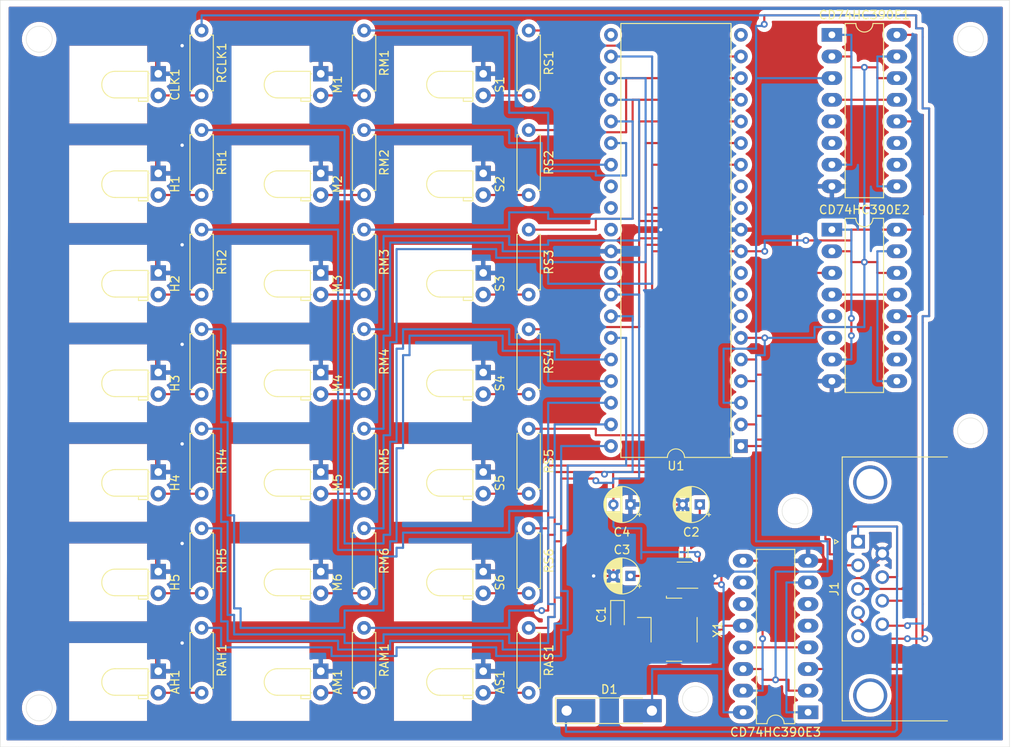
<source format=kicad_pcb>
(kicad_pcb (version 20190907) (host pcbnew "5.99.0-unknown")
  (title_block (title "Binary Clock") (date "2020-01-23") (rev "1.0") (company "CDCMicroTech") (comment 1 "Designed by Samuel Brown"))
  (layers (0 "F.Cu" signal) (31 "B.Cu" signal) (34 "B.Paste" user) (35 "F.Paste" user) (36 "B.SilkS" user) (37 "F.SilkS" user) (38 "B.Mask" user) (39 "F.Mask" user) (44 "Edge.Cuts" user))
  (net 0 "")
  (net 1 "Net-(RH5-Pad1)")
  (net 2 "Net-(U1-Pad20)")
  (net 3 "Net-(RH4-Pad1)")
  (net 4 "Net-(RS1-Pad1)")
  (net 5 "Net-(RH3-Pad1)")
  (net 6 "Net-(RS2-Pad1)")
  (net 7 "Net-(RH2-Pad1)")
  (net 8 "Net-(RS3-Pad1)")
  (net 9 "Net-(RH1-Pad1)")
  (net 10 "Net-(RS4-Pad1)")
  (net 11 "Net-(RAH1-Pad1)")
  (net 12 "Net-(RS5-Pad1)")
  (net 13 "Net-(RAM1-Pad1)")
  (net 14 "Net-(RS6-Pad1)")
  (net 15 "Net-(RAS1-Pad1)")
  (net 16 "Net-(U1-Pad13)")
  (net 17 "Net-(U1-Pad32)")
  (net 18 "Net-(U1-Pad12)")
  (net 19 "/GND_(0V)")
  (net 20 "Net-(U1-Pad30)")
  (net 21 "Net-(C4-Pad2)")
  (net 22 "Net-(U1-Pad29)")
  (net 23 "Net-(U1-Pad9)")
  (net 24 "Net-(U1-Pad28)")
  (net 25 "Net-(U1-Pad8)")
  (net 26 "Net-(RM1-Pad1)")
  (net 27 "Net-(U1-Pad7)")
  (net 28 "Net-(RM2-Pad1)")
  (net 29 "Net-(CD74HC390E1-Pad14)")
  (net 30 "Net-(RM3-Pad1)")
  (net 31 "Net-(J1-Pad8)")
  (net 32 "Net-(RM4-Pad1)")
  (net 33 "/DOWN")
  (net 34 "Net-(RM5-Pad1)")
  (net 35 "Net-(CD74HC390E1-Pad3)")
  (net 36 "Net-(RM6-Pad1)")
  (net 37 "/ADJ_SELECT")
  (net 38 "Net-(U1-Pad21)")
  (net 39 "/UP")
  (net 40 "Net-(C1-Pad1)")
  (net 41 "Net-(CD74HC390E3-Pad12)")
  (net 42 "Net-(C1-Pad2)")
  (net 43 "Net-(H1-Pad2)")
  (net 44 "Net-(H2-Pad2)")
  (net 45 "Net-(H3-Pad2)")
  (net 46 "Net-(H4-Pad2)")
  (net 47 "Net-(H5-Pad2)")
  (net 48 "Net-(M1-Pad2)")
  (net 49 "Net-(M2-Pad2)")
  (net 50 "Net-(M3-Pad2)")
  (net 51 "Net-(M4-Pad2)")
  (net 52 "Net-(M5-Pad2)")
  (net 53 "Net-(M6-Pad2)")
  (net 54 "Net-(AH1-Pad2)")
  (net 55 "Net-(RS1-Pad2)")
  (net 56 "Net-(RS2-Pad2)")
  (net 57 "Net-(RS3-Pad2)")
  (net 58 "Net-(RS4-Pad2)")
  (net 59 "Net-(RS5-Pad2)")
  (net 60 "Net-(RS6-Pad2)")
  (net 61 "Net-(CD74HC390E1-Pad15)")
  (net 62 "Net-(CD74HC390E1-Pad1)")
  (net 63 "Net-(CD74HC390E1-Pad6)")
  (net 64 "Net-(CD74HC390E1-Pad13)")
  (net 65 "Net-(CD74HC390E1-Pad5)")
  (net 66 "Net-(CD74HC390E1-Pad12)")
  (net 67 "Net-(CD74HC390E1-Pad11)")
  (net 68 "Net-(CD74HC390E1-Pad10)")
  (net 69 "Net-(CD74HC390E2-Pad15)")
  (net 70 "Net-(CD74HC390E2-Pad1)")
  (net 71 "Net-(CD74HC390E2-Pad6)")
  (net 72 "Net-(CD74HC390E2-Pad13)")
  (net 73 "Net-(CD74HC390E2-Pad5)")
  (net 74 "Net-(CD74HC390E2-Pad12)")
  (net 75 "Net-(CD74HC390E2-Pad11)")
  (net 76 "Net-(CD74HC390E2-Pad10)")
  (net 77 "Net-(CD74HC390E3-Pad15)")
  (net 78 "Net-(CD74HC390E3-Pad1)")
  (net 79 "Net-(CD74HC390E3-Pad6)")
  (net 80 "Net-(CD74HC390E3-Pad13)")
  (net 81 "Net-(CD74HC390E3-Pad5)")
  (net 82 "Net-(CD74HC390E3-Pad11)")
  (net 83 "Net-(CD74HC390E3-Pad10)")
  (net 84 "Net-(J1-Pad9)")
  (net 85 "Net-(J1-Pad5)")
  (net 86 "/+5V")
  (net 87 "Net-(C3-Pad1)")
  (net 88 "Net-(AM1-Pad2)")
  (net 89 "Net-(AS1-Pad2)")
  (net 90 "Net-(CLK1-Pad2)")
  (module "Connector_Dsub:DSUB-9_Female_Horizontal_P2.77x2.84mm_EdgePinOffset7.70mm_Housed_MountingHolesOffset9.12mm" (layer "F.Cu") (at 139.497 79.55 90)
    (fp_text reference "J1" (at -5.54 -2.8 90) (layer "F.SilkS"))
    (fp_text value "DB9_Male")
    (pad "0" thru_hole circle (at 6.96 1.42 90) (size 4 4) (drill 3.2) (layers *.Cu *.Mask))
    (pad "0" thru_hole circle (at -18.04 1.42 90) (size 4 4) (drill 3.2) (layers *.Cu *.Mask))
    (pad "9" thru_hole circle (at -9.695 2.84 90) (size 1.6 1.6) (drill 1) (layers *.Cu *.Mask) (net 84 "Net-(J1-Pad9)"))
    (pad "8" thru_hole circle (at -6.925 2.84 90) (size 1.6 1.6) (drill 1) (layers *.Cu *.Mask) (net 31 "Net-(J1-Pad8)"))
    (pad "7" thru_hole circle (at -4.155 2.84 90) (size 1.6 1.6) (drill 1) (layers *.Cu *.Mask) (net 37 "/ADJ_SELECT"))
    (pad "6" thru_hole circle (at -1.385 2.84 90) (size 1.6 1.6) (drill 1) (layers *.Cu *.Mask) (net 19 "/GND_(0V)"))
    (pad "5" thru_hole circle (at -11.08 0 90) (size 1.6 1.6) (drill 1) (layers *.Cu *.Mask) (net 85 "Net-(J1-Pad5)"))
    (pad "4" thru_hole circle (at -8.31 0 90) (size 1.6 1.6) (drill 1) (layers *.Cu *.Mask) (net 35 "Net-(CD74HC390E1-Pad3)"))
    (pad "3" thru_hole circle (at -5.54 0 90) (size 1.6 1.6) (drill 1) (layers *.Cu *.Mask) (net 33 "/DOWN"))
    (pad "2" thru_hole circle (at -2.77 0 90) (size 1.6 1.6) (drill 1) (layers *.Cu *.Mask) (net 39 "/UP"))
    (pad "1" thru_hole rect (at 0 0 90) (size 1.6 1.6) (drill 1) (layers *.Cu *.Mask) (net 86 "/+5V"))
  )
  (module "LED_THT:LED_D3.0mm_Horizontal_O1.27mm_Z2.0mm_Clear" (layer "F.Cu") (at 57.431 24.638 -90)
    (fp_text reference "CLK1" (at 1.27 -1.96 90) (layer "F.SilkS"))
    (fp_text value "LED")
    (pad "2" thru_hole circle (at 2.54 0 270) (size 1.8 1.8) (drill 0.9) (layers *.Cu *.Mask) (net 90 "Net-(CLK1-Pad2)"))
    (pad "1" thru_hole rect (at 0 0 270) (size 1.8 1.8) (drill 0.9) (layers *.Cu *.Mask) (net 19 "/GND_(0V)"))
  )
  (module "Resistor_THT:R_Axial_DIN0207_L6.3mm_D2.5mm_P7.62mm_Horizontal" (layer "F.Cu") (at 62.511 89.662 -90)
    (fp_text reference "RAH1" (at 3.81 -2.37 90) (layer "F.SilkS"))
    (fp_text value "R330")
    (pad "1" thru_hole circle (at 0 0 270) (size 1.6 1.6) (drill 0.8) (layers *.Cu *.Mask) (net 11 "Net-(RAH1-Pad1)"))
    (pad "2" thru_hole oval (at 7.62 0 270) (size 1.6 1.6) (drill 0.8) (layers *.Cu *.Mask) (net 54 "Net-(AH1-Pad2)"))
  )
  (module "LED_THT:LED_D3.0mm_Horizontal_O1.27mm_Z2.0mm_Clear" (layer "F.Cu") (at 57.431 94.742 -90)
    (fp_text reference "AH1" (at 1.27 -1.96 90) (layer "F.SilkS"))
    (fp_text value "LED")
    (pad "2" thru_hole circle (at 2.54 0 270) (size 1.8 1.8) (drill 0.9) (layers *.Cu *.Mask) (net 54 "Net-(AH1-Pad2)"))
    (pad "1" thru_hole rect (at 0 0 270) (size 1.8 1.8) (drill 0.9) (layers *.Cu *.Mask) (net 19 "/GND_(0V)"))
  )
  (module "LED_THT:LED_D3.0mm_Horizontal_O1.27mm_Z2.0mm_Clear" (layer "F.Cu") (at 76.481 94.742 -90)
    (fp_text reference "AM1" (at 1.27 -1.96 90) (layer "F.SilkS"))
    (fp_text value "LED")
    (pad "2" thru_hole circle (at 2.54 0 270) (size 1.8 1.8) (drill 0.9) (layers *.Cu *.Mask) (net 88 "Net-(AM1-Pad2)"))
    (pad "1" thru_hole rect (at 0 0 270) (size 1.8 1.8) (drill 0.9) (layers *.Cu *.Mask) (net 19 "/GND_(0V)"))
  )
  (module "LED_THT:LED_D3.0mm_Horizontal_O1.27mm_Z2.0mm_Clear" (layer "F.Cu") (at 95.531 94.742 -90)
    (fp_text reference "AS1" (at 1.27 -1.96 90) (layer "F.SilkS"))
    (fp_text value "LED")
    (pad "2" thru_hole circle (at 2.54 0 270) (size 1.8 1.8) (drill 0.9) (layers *.Cu *.Mask) (net 89 "Net-(AS1-Pad2)"))
    (pad "1" thru_hole rect (at 0 0 270) (size 1.8 1.8) (drill 0.9) (layers *.Cu *.Mask) (net 19 "/GND_(0V)"))
  )
  (module "LED_THT:LED_D3.0mm_Horizontal_O1.27mm_Z2.0mm_Clear" (layer "F.Cu") (at 76.481 24.638 -90)
    (fp_text reference "M1" (at 1.27 -1.96 90) (layer "F.SilkS"))
    (fp_text value "LED")
    (pad "2" thru_hole circle (at 2.54 0 270) (size 1.8 1.8) (drill 0.9) (layers *.Cu *.Mask) (net 48 "Net-(M1-Pad2)"))
    (pad "1" thru_hole rect (at 0 0 270) (size 1.8 1.8) (drill 0.9) (layers *.Cu *.Mask) (net 19 "/GND_(0V)"))
  )
  (module "LED_THT:LED_D3.0mm_Horizontal_O1.27mm_Z2.0mm_Clear" (layer "F.Cu") (at 76.481 36.322 -90)
    (fp_text reference "M2" (at 1.27 -1.96 90) (layer "F.SilkS"))
    (fp_text value "LED")
    (pad "2" thru_hole circle (at 2.54 0 270) (size 1.8 1.8) (drill 0.9) (layers *.Cu *.Mask) (net 49 "Net-(M2-Pad2)"))
    (pad "1" thru_hole rect (at 0 0 270) (size 1.8 1.8) (drill 0.9) (layers *.Cu *.Mask) (net 19 "/GND_(0V)"))
  )
  (module "LED_THT:LED_D3.0mm_Horizontal_O1.27mm_Z2.0mm_Clear" (layer "F.Cu") (at 76.481 48.006 -90)
    (fp_text reference "M3" (at 1.27 -1.96 90) (layer "F.SilkS"))
    (fp_text value "LED")
    (pad "2" thru_hole circle (at 2.54 0 270) (size 1.8 1.8) (drill 0.9) (layers *.Cu *.Mask) (net 50 "Net-(M3-Pad2)"))
    (pad "1" thru_hole rect (at 0 0 270) (size 1.8 1.8) (drill 0.9) (layers *.Cu *.Mask) (net 19 "/GND_(0V)"))
  )
  (module "LED_THT:LED_D3.0mm_Horizontal_O1.27mm_Z2.0mm_Clear" (layer "F.Cu") (at 76.481 59.69 -90)
    (fp_text reference "M4" (at 1.27 -1.96 90) (layer "F.SilkS"))
    (fp_text value "LED")
    (pad "1" thru_hole rect (at 0 0 270) (size 1.8 1.8) (drill 0.9) (layers *.Cu *.Mask) (net 19 "/GND_(0V)"))
    (pad "2" thru_hole circle (at 2.54 0 270) (size 1.8 1.8) (drill 0.9) (layers *.Cu *.Mask) (net 51 "Net-(M4-Pad2)"))
  )
  (module "LED_THT:LED_D3.0mm_Horizontal_O1.27mm_Z2.0mm_Clear" (layer "F.Cu") (at 76.481 71.374 -90)
    (fp_text reference "M5" (at 1.27 -1.96 90) (layer "F.SilkS"))
    (fp_text value "LED")
    (pad "2" thru_hole circle (at 2.54 0 270) (size 1.8 1.8) (drill 0.9) (layers *.Cu *.Mask) (net 52 "Net-(M5-Pad2)"))
    (pad "1" thru_hole rect (at 0 0 270) (size 1.8 1.8) (drill 0.9) (layers *.Cu *.Mask) (net 19 "/GND_(0V)"))
  )
  (module "LED_THT:LED_D3.0mm_Horizontal_O1.27mm_Z2.0mm_Clear" (layer "F.Cu") (at 76.481 83.058 -90)
    (fp_text reference "M6" (at 1.27 -1.96 90) (layer "F.SilkS"))
    (fp_text value "LED")
    (pad "2" thru_hole circle (at 2.54 0 270) (size 1.8 1.8) (drill 0.9) (layers *.Cu *.Mask) (net 53 "Net-(M6-Pad2)"))
    (pad "1" thru_hole rect (at 0 0 270) (size 1.8 1.8) (drill 0.9) (layers *.Cu *.Mask) (net 19 "/GND_(0V)"))
  )
  (module "Resistor_THT:R_Axial_DIN0207_L6.3mm_D2.5mm_P7.62mm_Horizontal" (layer "F.Cu") (at 81.561 89.662 -90)
    (fp_text reference "RAM1" (at 3.81 -2.37 90) (layer "F.SilkS"))
    (fp_text value "R330")
    (pad "1" thru_hole circle (at 0 0 270) (size 1.6 1.6) (drill 0.8) (layers *.Cu *.Mask) (net 13 "Net-(RAM1-Pad1)"))
    (pad "2" thru_hole oval (at 7.62 0 270) (size 1.6 1.6) (drill 0.8) (layers *.Cu *.Mask) (net 88 "Net-(AM1-Pad2)"))
  )
  (module "Resistor_THT:R_Axial_DIN0207_L6.3mm_D2.5mm_P7.62mm_Horizontal" (layer "F.Cu") (at 100.865 89.662 -90)
    (fp_text reference "RAS1" (at 3.81 -2.37 90) (layer "F.SilkS"))
    (fp_text value "R330")
    (pad "1" thru_hole circle (at 0 0 270) (size 1.6 1.6) (drill 0.8) (layers *.Cu *.Mask) (net 15 "Net-(RAS1-Pad1)"))
    (pad "2" thru_hole oval (at 7.62 0 270) (size 1.6 1.6) (drill 0.8) (layers *.Cu *.Mask) (net 89 "Net-(AS1-Pad2)"))
  )
  (module "Resistor_THT:R_Axial_DIN0207_L6.3mm_D2.5mm_P7.62mm_Horizontal" (layer "F.Cu") (at 62.511 19.558 -90)
    (fp_text reference "RCLK1" (at 3.81 -2.37 90) (layer "F.SilkS"))
    (fp_text value "R330")
    (pad "1" thru_hole circle (at 0 0 270) (size 1.6 1.6) (drill 0.8) (layers *.Cu *.Mask) (net 84 "Net-(J1-Pad9)"))
    (pad "2" thru_hole oval (at 7.62 0 270) (size 1.6 1.6) (drill 0.8) (layers *.Cu *.Mask) (net 90 "Net-(CLK1-Pad2)"))
  )
  (module "Resistor_THT:R_Axial_DIN0207_L6.3mm_D2.5mm_P7.62mm_Horizontal" (layer "F.Cu") (at 62.511 31.242 -90)
    (fp_text reference "RH1" (at 3.81 -2.37 90) (layer "F.SilkS"))
    (fp_text value "R330")
    (pad "1" thru_hole circle (at 0 0 270) (size 1.6 1.6) (drill 0.8) (layers *.Cu *.Mask) (net 9 "Net-(RH1-Pad1)"))
    (pad "2" thru_hole oval (at 7.62 0 270) (size 1.6 1.6) (drill 0.8) (layers *.Cu *.Mask) (net 43 "Net-(H1-Pad2)"))
  )
  (module "Resistor_THT:R_Axial_DIN0207_L6.3mm_D2.5mm_P7.62mm_Horizontal" (layer "F.Cu") (at 62.511 42.926 -90)
    (fp_text reference "RH2" (at 3.81 -2.37 90) (layer "F.SilkS"))
    (fp_text value "R330")
    (pad "1" thru_hole circle (at 0 0 270) (size 1.6 1.6) (drill 0.8) (layers *.Cu *.Mask) (net 7 "Net-(RH2-Pad1)"))
    (pad "2" thru_hole oval (at 7.62 0 270) (size 1.6 1.6) (drill 0.8) (layers *.Cu *.Mask) (net 44 "Net-(H2-Pad2)"))
  )
  (module "Resistor_THT:R_Axial_DIN0207_L6.3mm_D2.5mm_P7.62mm_Horizontal" (layer "F.Cu") (at 62.511 54.61 -90)
    (fp_text reference "RH3" (at 3.81 -2.37 90) (layer "F.SilkS"))
    (fp_text value "R330")
    (pad "1" thru_hole circle (at 0 0 270) (size 1.6 1.6) (drill 0.8) (layers *.Cu *.Mask) (net 5 "Net-(RH3-Pad1)"))
    (pad "2" thru_hole oval (at 7.62 0 270) (size 1.6 1.6) (drill 0.8) (layers *.Cu *.Mask) (net 45 "Net-(H3-Pad2)"))
  )
  (module "Resistor_THT:R_Axial_DIN0207_L6.3mm_D2.5mm_P7.62mm_Horizontal" (layer "F.Cu") (at 62.511 66.294 -90)
    (fp_text reference "RH4" (at 3.81 -2.37 90) (layer "F.SilkS"))
    (fp_text value "R330")
    (pad "1" thru_hole circle (at 0 0 270) (size 1.6 1.6) (drill 0.8) (layers *.Cu *.Mask) (net 3 "Net-(RH4-Pad1)"))
    (pad "2" thru_hole oval (at 7.62 0 270) (size 1.6 1.6) (drill 0.8) (layers *.Cu *.Mask) (net 46 "Net-(H4-Pad2)"))
  )
  (module "Resistor_THT:R_Axial_DIN0207_L6.3mm_D2.5mm_P7.62mm_Horizontal" (layer "F.Cu") (at 62.511 77.978 -90)
    (fp_text reference "RH5" (at 3.81 -2.37 90) (layer "F.SilkS"))
    (fp_text value "R330")
    (pad "1" thru_hole circle (at 0 0 270) (size 1.6 1.6) (drill 0.8) (layers *.Cu *.Mask) (net 1 "Net-(RH5-Pad1)"))
    (pad "2" thru_hole oval (at 7.62 0 270) (size 1.6 1.6) (drill 0.8) (layers *.Cu *.Mask) (net 47 "Net-(H5-Pad2)"))
  )
  (module "Resistor_THT:R_Axial_DIN0207_L6.3mm_D2.5mm_P7.62mm_Horizontal" (layer "F.Cu") (at 81.561 19.558 -90)
    (fp_text reference "RM1" (at 3.81 -2.37 90) (layer "F.SilkS"))
    (fp_text value "R330")
    (pad "1" thru_hole circle (at 0 0 270) (size 1.6 1.6) (drill 0.8) (layers *.Cu *.Mask) (net 26 "Net-(RM1-Pad1)"))
    (pad "2" thru_hole oval (at 7.62 0 270) (size 1.6 1.6) (drill 0.8) (layers *.Cu *.Mask) (net 48 "Net-(M1-Pad2)"))
  )
  (module "Resistor_THT:R_Axial_DIN0207_L6.3mm_D2.5mm_P7.62mm_Horizontal" (layer "F.Cu") (at 81.561 31.242 -90)
    (fp_text reference "RM2" (at 3.81 -2.37 90) (layer "F.SilkS"))
    (fp_text value "R330")
    (pad "1" thru_hole circle (at 0 0 270) (size 1.6 1.6) (drill 0.8) (layers *.Cu *.Mask) (net 28 "Net-(RM2-Pad1)"))
    (pad "2" thru_hole oval (at 7.62 0 270) (size 1.6 1.6) (drill 0.8) (layers *.Cu *.Mask) (net 49 "Net-(M2-Pad2)"))
  )
  (module "Resistor_THT:R_Axial_DIN0207_L6.3mm_D2.5mm_P7.62mm_Horizontal" (layer "F.Cu") (at 81.561 42.926 -90)
    (fp_text reference "RM3" (at 3.81 -2.37 90) (layer "F.SilkS"))
    (fp_text value "R330")
    (pad "1" thru_hole circle (at 0 0 270) (size 1.6 1.6) (drill 0.8) (layers *.Cu *.Mask) (net 30 "Net-(RM3-Pad1)"))
    (pad "2" thru_hole oval (at 7.62 0 270) (size 1.6 1.6) (drill 0.8) (layers *.Cu *.Mask) (net 50 "Net-(M3-Pad2)"))
  )
  (module "Resistor_THT:R_Axial_DIN0207_L6.3mm_D2.5mm_P7.62mm_Horizontal" (layer "F.Cu") (at 81.561 54.61 -90)
    (fp_text reference "RM4" (at 3.81 -2.37 90) (layer "F.SilkS"))
    (fp_text value "R330")
    (pad "1" thru_hole circle (at 0 0 270) (size 1.6 1.6) (drill 0.8) (layers *.Cu *.Mask) (net 32 "Net-(RM4-Pad1)"))
    (pad "2" thru_hole oval (at 7.62 0 270) (size 1.6 1.6) (drill 0.8) (layers *.Cu *.Mask) (net 51 "Net-(M4-Pad2)"))
  )
  (module "Resistor_THT:R_Axial_DIN0207_L6.3mm_D2.5mm_P7.62mm_Horizontal" (layer "F.Cu") (at 81.561 66.294 -90)
    (fp_text reference "RM5" (at 3.81 -2.37 90) (layer "F.SilkS"))
    (fp_text value "R330")
    (pad "1" thru_hole circle (at 0 0 270) (size 1.6 1.6) (drill 0.8) (layers *.Cu *.Mask) (net 34 "Net-(RM5-Pad1)"))
    (pad "2" thru_hole oval (at 7.62 0 270) (size 1.6 1.6) (drill 0.8) (layers *.Cu *.Mask) (net 52 "Net-(M5-Pad2)"))
  )
  (module "Resistor_THT:R_Axial_DIN0207_L6.3mm_D2.5mm_P7.62mm_Horizontal" (layer "F.Cu") (at 81.561 77.978 -90)
    (fp_text reference "RM6" (at 3.81 -2.37 90) (layer "F.SilkS"))
    (fp_text value "R330")
    (pad "1" thru_hole circle (at 0 0 270) (size 1.6 1.6) (drill 0.8) (layers *.Cu *.Mask) (net 36 "Net-(RM6-Pad1)"))
    (pad "2" thru_hole oval (at 7.62 0 270) (size 1.6 1.6) (drill 0.8) (layers *.Cu *.Mask) (net 53 "Net-(M6-Pad2)"))
  )
  (module "Resistor_THT:R_Axial_DIN0207_L6.3mm_D2.5mm_P7.62mm_Horizontal" (layer "F.Cu") (at 100.865 19.558 -90)
    (fp_text reference "RS1" (at 3.81 -2.37 90) (layer "F.SilkS"))
    (fp_text value "R330")
    (pad "1" thru_hole circle (at 0 0 270) (size 1.6 1.6) (drill 0.8) (layers *.Cu *.Mask) (net 4 "Net-(RS1-Pad1)"))
    (pad "2" thru_hole oval (at 7.62 0 270) (size 1.6 1.6) (drill 0.8) (layers *.Cu *.Mask) (net 55 "Net-(RS1-Pad2)"))
  )
  (module "Resistor_THT:R_Axial_DIN0207_L6.3mm_D2.5mm_P7.62mm_Horizontal" (layer "F.Cu") (at 100.865 31.242 -90)
    (fp_text reference "RS2" (at 3.81 -2.37 90) (layer "F.SilkS"))
    (fp_text value "R330")
    (pad "1" thru_hole circle (at 0 0 270) (size 1.6 1.6) (drill 0.8) (layers *.Cu *.Mask) (net 6 "Net-(RS2-Pad1)"))
    (pad "2" thru_hole oval (at 7.62 0 270) (size 1.6 1.6) (drill 0.8) (layers *.Cu *.Mask) (net 56 "Net-(RS2-Pad2)"))
  )
  (module "Resistor_THT:R_Axial_DIN0207_L6.3mm_D2.5mm_P7.62mm_Horizontal" (layer "F.Cu") (at 100.865 42.926 -90)
    (fp_text reference "RS3" (at 3.81 -2.37 90) (layer "F.SilkS"))
    (fp_text value "R330")
    (pad "1" thru_hole circle (at 0 0 270) (size 1.6 1.6) (drill 0.8) (layers *.Cu *.Mask) (net 8 "Net-(RS3-Pad1)"))
    (pad "2" thru_hole oval (at 7.62 0 270) (size 1.6 1.6) (drill 0.8) (layers *.Cu *.Mask) (net 57 "Net-(RS3-Pad2)"))
  )
  (module "Resistor_THT:R_Axial_DIN0207_L6.3mm_D2.5mm_P7.62mm_Horizontal" (layer "F.Cu") (at 100.865 54.61 -90)
    (fp_text reference "RS4" (at 3.81 -2.37 90) (layer "F.SilkS"))
    (fp_text value "R330")
    (pad "1" thru_hole circle (at 0 0 270) (size 1.6 1.6) (drill 0.8) (layers *.Cu *.Mask) (net 10 "Net-(RS4-Pad1)"))
    (pad "2" thru_hole oval (at 7.62 0 270) (size 1.6 1.6) (drill 0.8) (layers *.Cu *.Mask) (net 58 "Net-(RS4-Pad2)"))
  )
  (module "Resistor_THT:R_Axial_DIN0207_L6.3mm_D2.5mm_P7.62mm_Horizontal" (layer "F.Cu") (at 100.865 66.294 -90)
    (fp_text reference "RS5" (at 3.81 -2.37 90) (layer "F.SilkS"))
    (fp_text value "R330")
    (pad "1" thru_hole circle (at 0 0 270) (size 1.6 1.6) (drill 0.8) (layers *.Cu *.Mask) (net 12 "Net-(RS5-Pad1)"))
    (pad "2" thru_hole oval (at 7.62 0 270) (size 1.6 1.6) (drill 0.8) (layers *.Cu *.Mask) (net 59 "Net-(RS5-Pad2)"))
  )
  (module "Resistor_THT:R_Axial_DIN0207_L6.3mm_D2.5mm_P7.62mm_Horizontal" (layer "F.Cu") (at 100.865 77.978 -90)
    (fp_text reference "RS6" (at 3.81 -2.37 90) (layer "F.SilkS"))
    (fp_text value "R330")
    (pad "1" thru_hole circle (at 0 0 270) (size 1.6 1.6) (drill 0.8) (layers *.Cu *.Mask) (net 14 "Net-(RS6-Pad1)"))
    (pad "2" thru_hole oval (at 7.62 0 270) (size 1.6 1.6) (drill 0.8) (layers *.Cu *.Mask) (net 60 "Net-(RS6-Pad2)"))
  )
  (module "LED_THT:LED_D3.0mm_Horizontal_O1.27mm_Z2.0mm_Clear" (layer "F.Cu") (at 95.531 24.638 -90)
    (fp_text reference "S1" (at 1.27 -1.96 90) (layer "F.SilkS"))
    (fp_text value "LED")
    (pad "2" thru_hole circle (at 2.54 0 270) (size 1.8 1.8) (drill 0.9) (layers *.Cu *.Mask) (net 55 "Net-(RS1-Pad2)"))
    (pad "1" thru_hole rect (at 0 0 270) (size 1.8 1.8) (drill 0.9) (layers *.Cu *.Mask) (net 19 "/GND_(0V)"))
  )
  (module "LED_THT:LED_D3.0mm_Horizontal_O1.27mm_Z2.0mm_Clear" (layer "F.Cu") (at 95.531 36.322 -90)
    (fp_text reference "S2" (at 1.27 -1.96 90) (layer "F.SilkS"))
    (fp_text value "LED")
    (pad "2" thru_hole circle (at 2.54 0 270) (size 1.8 1.8) (drill 0.9) (layers *.Cu *.Mask) (net 56 "Net-(RS2-Pad2)"))
    (pad "1" thru_hole rect (at 0 0 270) (size 1.8 1.8) (drill 0.9) (layers *.Cu *.Mask) (net 19 "/GND_(0V)"))
  )
  (module "LED_THT:LED_D3.0mm_Horizontal_O1.27mm_Z2.0mm_Clear" (layer "F.Cu") (at 95.531 48.006 -90)
    (fp_text reference "S3" (at 1.27 -1.96 90) (layer "F.SilkS"))
    (fp_text value "LED")
    (pad "2" thru_hole circle (at 2.54 0 270) (size 1.8 1.8) (drill 0.9) (layers *.Cu *.Mask) (net 57 "Net-(RS3-Pad2)"))
    (pad "1" thru_hole rect (at 0 0 270) (size 1.8 1.8) (drill 0.9) (layers *.Cu *.Mask) (net 19 "/GND_(0V)"))
  )
  (module "LED_THT:LED_D3.0mm_Horizontal_O1.27mm_Z2.0mm_Clear" (layer "F.Cu") (at 95.531 59.69 -90)
    (fp_text reference "S4" (at 1.27 -1.96 90) (layer "F.SilkS"))
    (fp_text value "LED")
    (pad "2" thru_hole circle (at 2.54 0 270) (size 1.8 1.8) (drill 0.9) (layers *.Cu *.Mask) (net 58 "Net-(RS4-Pad2)"))
    (pad "1" thru_hole rect (at 0 0 270) (size 1.8 1.8) (drill 0.9) (layers *.Cu *.Mask) (net 19 "/GND_(0V)"))
  )
  (module "LED_THT:LED_D3.0mm_Horizontal_O1.27mm_Z2.0mm_Clear" (layer "F.Cu") (at 95.531 71.374 -90)
    (fp_text reference "S5" (at 1.27 -1.96 90) (layer "F.SilkS"))
    (fp_text value "LED")
    (pad "2" thru_hole circle (at 2.54 0 270) (size 1.8 1.8) (drill 0.9) (layers *.Cu *.Mask) (net 59 "Net-(RS5-Pad2)"))
    (pad "1" thru_hole rect (at 0 0 270) (size 1.8 1.8) (drill 0.9) (layers *.Cu *.Mask) (net 19 "/GND_(0V)"))
  )
  (module "LED_THT:LED_D3.0mm_Horizontal_O1.27mm_Z2.0mm_Clear" (layer "F.Cu") (at 95.531 83.058 -90)
    (fp_text reference "S6" (at 1.27 -1.96 90) (layer "F.SilkS"))
    (fp_text value "LED")
    (pad "2" thru_hole circle (at 2.54 0 270) (size 1.8 1.8) (drill 0.9) (layers *.Cu *.Mask) (net 60 "Net-(RS6-Pad2)"))
    (pad "1" thru_hole rect (at 0 0 270) (size 1.8 1.8) (drill 0.9) (layers *.Cu *.Mask) (net 19 "/GND_(0V)"))
  )
  (module "LED_THT:LED_D3.0mm_Horizontal_O1.27mm_Z2.0mm_Clear" (layer "F.Cu") (at 57.431 36.322 -90)
    (fp_text reference "H1" (at 1.27 -1.96 90) (layer "F.SilkS"))
    (fp_text value "LED")
    (pad "2" thru_hole circle (at 2.54 0 270) (size 1.8 1.8) (drill 0.9) (layers *.Cu *.Mask) (net 43 "Net-(H1-Pad2)"))
    (pad "1" thru_hole rect (at 0 0 270) (size 1.8 1.8) (drill 0.9) (layers *.Cu *.Mask) (net 19 "/GND_(0V)"))
  )
  (module "LED_THT:LED_D3.0mm_Horizontal_O1.27mm_Z2.0mm_Clear" (layer "F.Cu") (at 57.431 48.006 -90)
    (fp_text reference "H2" (at 1.27 -1.96 90) (layer "F.SilkS"))
    (fp_text value "LED")
    (pad "2" thru_hole circle (at 2.54 0 270) (size 1.8 1.8) (drill 0.9) (layers *.Cu *.Mask) (net 44 "Net-(H2-Pad2)"))
    (pad "1" thru_hole rect (at 0 0 270) (size 1.8 1.8) (drill 0.9) (layers *.Cu *.Mask) (net 19 "/GND_(0V)"))
  )
  (module "LED_THT:LED_D3.0mm_Horizontal_O1.27mm_Z2.0mm_Clear" (layer "F.Cu") (at 57.431 59.69 -90)
    (fp_text reference "H3" (at 1.27 -1.96 90) (layer "F.SilkS"))
    (fp_text value "LED")
    (pad "2" thru_hole circle (at 2.54 0 270) (size 1.8 1.8) (drill 0.9) (layers *.Cu *.Mask) (net 45 "Net-(H3-Pad2)"))
    (pad "1" thru_hole rect (at 0 0 270) (size 1.8 1.8) (drill 0.9) (layers *.Cu *.Mask) (net 19 "/GND_(0V)"))
  )
  (module "LED_THT:LED_D3.0mm_Horizontal_O1.27mm_Z2.0mm_Clear" (layer "F.Cu") (at 57.431 71.374 -90)
    (fp_text reference "H4" (at 1.27 -1.96 90) (layer "F.SilkS"))
    (fp_text value "LED")
    (pad "2" thru_hole circle (at 2.54 0 270) (size 1.8 1.8) (drill 0.9) (layers *.Cu *.Mask) (net 46 "Net-(H4-Pad2)"))
    (pad "1" thru_hole rect (at 0 0 270) (size 1.8 1.8) (drill 0.9) (layers *.Cu *.Mask) (net 19 "/GND_(0V)"))
  )
  (module "LED_THT:LED_D3.0mm_Horizontal_O1.27mm_Z2.0mm_Clear" (layer "F.Cu") (at 57.431 83.058 -90)
    (fp_text reference "H5" (at 1.27 -1.96 90) (layer "F.SilkS"))
    (fp_text value "LED")
    (pad "2" thru_hole circle (at 2.54 0 270) (size 1.8 1.8) (drill 0.9) (layers *.Cu *.Mask) (net 47 "Net-(H5-Pad2)"))
    (pad "1" thru_hole rect (at 0 0 270) (size 1.8 1.8) (drill 0.9) (layers *.Cu *.Mask) (net 19 "/GND_(0V)"))
  )
  (module "Package_DIP:DIP-40_W15.24mm" (layer "F.Cu") (at 125.757 68.326 180)
    (fp_text reference "U1" (at 7.62 -2.33) (layer "F.SilkS"))
    (fp_text value "ATmega16A-PU")
    (pad "40" thru_hole oval (at 15.24 0 180) (size 1.6 1.6) (drill 0.8) (layers *.Cu *.Mask) (net 1 "Net-(RH5-Pad1)"))
    (pad "20" thru_hole oval (at 0 48.26 180) (size 1.6 1.6) (drill 0.8) (layers *.Cu *.Mask) (net 2 "Net-(U1-Pad20)"))
    (pad "39" thru_hole oval (at 15.24 2.54 180) (size 1.6 1.6) (drill 0.8) (layers *.Cu *.Mask) (net 3 "Net-(RH4-Pad1)"))
    (pad "19" thru_hole oval (at 0 45.72 180) (size 1.6 1.6) (drill 0.8) (layers *.Cu *.Mask) (net 4 "Net-(RS1-Pad1)"))
    (pad "38" thru_hole oval (at 15.24 5.08 180) (size 1.6 1.6) (drill 0.8) (layers *.Cu *.Mask) (net 5 "Net-(RH3-Pad1)"))
    (pad "18" thru_hole oval (at 0 43.18 180) (size 1.6 1.6) (drill 0.8) (layers *.Cu *.Mask) (net 6 "Net-(RS2-Pad1)"))
    (pad "37" thru_hole oval (at 15.24 7.62 180) (size 1.6 1.6) (drill 0.8) (layers *.Cu *.Mask) (net 7 "Net-(RH2-Pad1)"))
    (pad "17" thru_hole oval (at 0 40.64 180) (size 1.6 1.6) (drill 0.8) (layers *.Cu *.Mask) (net 8 "Net-(RS3-Pad1)"))
    (pad "36" thru_hole oval (at 15.24 10.16 180) (size 1.6 1.6) (drill 0.8) (layers *.Cu *.Mask) (net 9 "Net-(RH1-Pad1)"))
    (pad "16" thru_hole oval (at 0 38.1 180) (size 1.6 1.6) (drill 0.8) (layers *.Cu *.Mask) (net 10 "Net-(RS4-Pad1)"))
    (pad "35" thru_hole oval (at 15.24 12.7 180) (size 1.6 1.6) (drill 0.8) (layers *.Cu *.Mask) (net 11 "Net-(RAH1-Pad1)"))
    (pad "15" thru_hole oval (at 0 35.56 180) (size 1.6 1.6) (drill 0.8) (layers *.Cu *.Mask) (net 12 "Net-(RS5-Pad1)"))
    (pad "34" thru_hole oval (at 15.24 15.24 180) (size 1.6 1.6) (drill 0.8) (layers *.Cu *.Mask) (net 13 "Net-(RAM1-Pad1)"))
    (pad "14" thru_hole oval (at 0 33.02 180) (size 1.6 1.6) (drill 0.8) (layers *.Cu *.Mask) (net 14 "Net-(RS6-Pad1)"))
    (pad "33" thru_hole oval (at 15.24 17.78 180) (size 1.6 1.6) (drill 0.8) (layers *.Cu *.Mask) (net 15 "Net-(RAS1-Pad1)"))
    (pad "13" thru_hole oval (at 0 30.48 180) (size 1.6 1.6) (drill 0.8) (layers *.Cu *.Mask) (net 16 "Net-(U1-Pad13)"))
    (pad "32" thru_hole oval (at 15.24 20.32 180) (size 1.6 1.6) (drill 0.8) (layers *.Cu *.Mask) (net 17 "Net-(U1-Pad32)"))
    (pad "12" thru_hole oval (at 0 27.94 180) (size 1.6 1.6) (drill 0.8) (layers *.Cu *.Mask) (net 18 "Net-(U1-Pad12)"))
    (pad "31" thru_hole oval (at 15.24 22.86 180) (size 1.6 1.6) (drill 0.8) (layers *.Cu *.Mask) (net 19 "/GND_(0V)"))
    (pad "11" thru_hole oval (at 0 25.4 180) (size 1.6 1.6) (drill 0.8) (layers *.Cu *.Mask) (net 19 "/GND_(0V)"))
    (pad "30" thru_hole oval (at 15.24 25.4 180) (size 1.6 1.6) (drill 0.8) (layers *.Cu *.Mask) (net 20 "Net-(U1-Pad30)"))
    (pad "10" thru_hole oval (at 0 22.86 180) (size 1.6 1.6) (drill 0.8) (layers *.Cu *.Mask) (net 21 "Net-(C4-Pad2)"))
    (pad "29" thru_hole oval (at 15.24 27.94 180) (size 1.6 1.6) (drill 0.8) (layers *.Cu *.Mask) (net 22 "Net-(U1-Pad29)"))
    (pad "9" thru_hole oval (at 0 20.32 180) (size 1.6 1.6) (drill 0.8) (layers *.Cu *.Mask) (net 23 "Net-(U1-Pad9)"))
    (pad "28" thru_hole oval (at 15.24 30.48 180) (size 1.6 1.6) (drill 0.8) (layers *.Cu *.Mask) (net 24 "Net-(U1-Pad28)"))
    (pad "8" thru_hole oval (at 0 17.78 180) (size 1.6 1.6) (drill 0.8) (layers *.Cu *.Mask) (net 25 "Net-(U1-Pad8)"))
    (pad "27" thru_hole oval (at 15.24 33.02 180) (size 1.6 1.6) (drill 0.8) (layers *.Cu *.Mask) (net 26 "Net-(RM1-Pad1)"))
    (pad "7" thru_hole oval (at 0 15.24 180) (size 1.6 1.6) (drill 0.8) (layers *.Cu *.Mask) (net 27 "Net-(U1-Pad7)"))
    (pad "26" thru_hole oval (at 15.24 35.56 180) (size 1.6 1.6) (drill 0.8) (layers *.Cu *.Mask) (net 28 "Net-(RM2-Pad1)"))
    (pad "6" thru_hole oval (at 0 12.7 180) (size 1.6 1.6) (drill 0.8) (layers *.Cu *.Mask) (net 29 "Net-(CD74HC390E1-Pad14)"))
    (pad "25" thru_hole oval (at 15.24 38.1 180) (size 1.6 1.6) (drill 0.8) (layers *.Cu *.Mask) (net 30 "Net-(RM3-Pad1)"))
    (pad "5" thru_hole oval (at 0 10.16 180) (size 1.6 1.6) (drill 0.8) (layers *.Cu *.Mask) (net 31 "Net-(J1-Pad8)"))
    (pad "24" thru_hole oval (at 15.24 40.64 180) (size 1.6 1.6) (drill 0.8) (layers *.Cu *.Mask) (net 32 "Net-(RM4-Pad1)"))
    (pad "4" thru_hole oval (at 0 7.62 180) (size 1.6 1.6) (drill 0.8) (layers *.Cu *.Mask) (net 33 "/DOWN"))
    (pad "23" thru_hole oval (at 15.24 43.18 180) (size 1.6 1.6) (drill 0.8) (layers *.Cu *.Mask) (net 34 "Net-(RM5-Pad1)"))
    (pad "3" thru_hole oval (at 0 5.08 180) (size 1.6 1.6) (drill 0.8) (layers *.Cu *.Mask) (net 35 "Net-(CD74HC390E1-Pad3)"))
    (pad "22" thru_hole oval (at 15.24 45.72 180) (size 1.6 1.6) (drill 0.8) (layers *.Cu *.Mask) (net 36 "Net-(RM6-Pad1)"))
    (pad "2" thru_hole oval (at 0 2.54 180) (size 1.6 1.6) (drill 0.8) (layers *.Cu *.Mask) (net 37 "/ADJ_SELECT"))
    (pad "21" thru_hole oval (at 15.24 48.26 180) (size 1.6 1.6) (drill 0.8) (layers *.Cu *.Mask) (net 38 "Net-(U1-Pad21)"))
    (pad "1" thru_hole rect (at 0 0 180) (size 1.6 1.6) (drill 0.8) (layers *.Cu *.Mask) (net 39 "/UP"))
  )
  (module "Oscillator:Oscillator_SMD_SeikoEpson_SG8002CA-4Pin_7.0x5.0mm_HandSoldering" (layer "F.Cu") (at 117.92 89.879 -90)
    (fp_text reference "X1" (at 0 -5.1 90) (layer "F.SilkS"))
    (fp_text value "SG-8002CA")
    (pad "4" smd rect (at -2.63 -2.6 270) (size 1.98 3) (layers "F.Cu" "F.Paste" "F.Mask") (net 40 "Net-(C1-Pad1)"))
    (pad "3" smd rect (at 2.63 -2.6 270) (size 1.98 3) (layers "F.Cu" "F.Paste" "F.Mask") (net 41 "Net-(CD74HC390E3-Pad12)"))
    (pad "2" smd rect (at 2.63 2.6 270) (size 1.98 3) (layers "F.Cu" "F.Paste" "F.Mask") (net 42 "Net-(C1-Pad2)"))
    (pad "1" smd rect (at -2.63 2.6 270) (size 1.98 3) (layers "F.Cu" "F.Paste" "F.Mask") (net 40 "Net-(C1-Pad1)"))
  )
  (module "Package_TO_SOT_SMD:TSOT-23-5_HandSoldering" (layer "F.Cu") (at 119.153 83.5 180)
    (fp_text reference "L1" (at 0 2.55) (layer "F.SilkS") (effects (font (thickness 0.1))))
    (fp_text value "LDK130M32R")
    (pad "5" smd rect (at 1.71 -0.95 180) (size 2 0.65) (layers "F.Cu" "F.Paste" "F.Mask") (net 40 "Net-(C1-Pad1)"))
    (pad "4" smd rect (at 1.71 0.95 180) (size 2 0.65) (layers "F.Cu" "F.Paste" "F.Mask") (net 87 "Net-(C3-Pad1)"))
    (pad "3" smd rect (at -1.71 0.95 180) (size 2 0.65) (layers "F.Cu" "F.Paste" "F.Mask") (net 21 "Net-(C4-Pad2)"))
    (pad "2" smd rect (at -1.71 0 180) (size 2 0.65) (layers "F.Cu" "F.Paste" "F.Mask") (net 19 "/GND_(0V)"))
    (pad "1" smd rect (at -1.71 -0.95 180) (size 2 0.65) (layers "F.Cu" "F.Paste" "F.Mask") (net 21 "Net-(C4-Pad2)"))
  )
  (module "Diode_SMD:D_MELF-RM10_Universal_Handsoldering" (layer "F.Cu") (at 110.317 99.38)
    (fp_text reference "D1" (at 0 -2.5) (layer "F.SilkS"))
    (fp_text value "DIODE")
    (pad "2" thru_hole rect (at 5 0 180) (size 4.5 2.7) (drill 1.19888 (offset 1.1 0)) (layers *.Cu *.Mask) (net 21 "Net-(C4-Pad2)"))
    (pad "1" thru_hole rect (at -5 0) (size 4.5 2.7) (drill 1.19888 (offset 1.1 0)) (layers *.Cu *.Mask) (net 86 "/+5V"))
  )
  (module "Package_DIP:DIP-16_W7.62mm_LongPads" (layer "F.Cu") (at 133.631 99.568 180)
    (fp_text reference "CD74HC390E3" (at 3.81 -2.33) (layer "F.SilkS"))
    (fp_text value "CD74HC390E")
    (pad "16" thru_hole oval (at 7.62 0 180) (size 2.4 1.6) (drill 0.8) (layers *.Cu *.Mask) (net 21 "Net-(C4-Pad2)"))
    (pad "8" thru_hole oval (at 0 17.78 180) (size 2.4 1.6) (drill 0.8) (layers *.Cu *.Mask) (net 19 "/GND_(0V)"))
    (pad "15" thru_hole oval (at 7.62 2.54 180) (size 2.4 1.6) (drill 0.8) (layers *.Cu *.Mask) (net 77 "Net-(CD74HC390E3-Pad15)"))
    (pad "7" thru_hole oval (at 0 15.24 180) (size 2.4 1.6) (drill 0.8) (layers *.Cu *.Mask) (net 78 "Net-(CD74HC390E3-Pad1)"))
    (pad "14" thru_hole oval (at 7.62 5.08 180) (size 2.4 1.6) (drill 0.8) (layers *.Cu *.Mask) (net 29 "Net-(CD74HC390E1-Pad14)"))
    (pad "6" thru_hole oval (at 0 12.7 180) (size 2.4 1.6) (drill 0.8) (layers *.Cu *.Mask) (net 79 "Net-(CD74HC390E3-Pad6)"))
    (pad "13" thru_hole oval (at 7.62 7.62 180) (size 2.4 1.6) (drill 0.8) (layers *.Cu *.Mask) (net 80 "Net-(CD74HC390E3-Pad13)"))
    (pad "5" thru_hole oval (at 0 10.16 180) (size 2.4 1.6) (drill 0.8) (layers *.Cu *.Mask) (net 81 "Net-(CD74HC390E3-Pad5)"))
    (pad "12" thru_hole oval (at 7.62 10.16 180) (size 2.4 1.6) (drill 0.8) (layers *.Cu *.Mask) (net 41 "Net-(CD74HC390E3-Pad12)"))
    (pad "4" thru_hole oval (at 0 7.62 180) (size 2.4 1.6) (drill 0.8) (layers *.Cu *.Mask) (net 80 "Net-(CD74HC390E3-Pad13)"))
    (pad "11" thru_hole oval (at 7.62 12.7 180) (size 2.4 1.6) (drill 0.8) (layers *.Cu *.Mask) (net 82 "Net-(CD74HC390E3-Pad11)"))
    (pad "3" thru_hole oval (at 0 5.08 180) (size 2.4 1.6) (drill 0.8) (layers *.Cu *.Mask) (net 74 "Net-(CD74HC390E2-Pad12)"))
    (pad "10" thru_hole oval (at 7.62 15.24 180) (size 2.4 1.6) (drill 0.8) (layers *.Cu *.Mask) (net 83 "Net-(CD74HC390E3-Pad10)"))
    (pad "2" thru_hole oval (at 0 2.54 180) (size 2.4 1.6) (drill 0.8) (layers *.Cu *.Mask) (net 29 "Net-(CD74HC390E1-Pad14)"))
    (pad "9" thru_hole oval (at 7.62 17.78 180) (size 2.4 1.6) (drill 0.8) (layers *.Cu *.Mask) (net 77 "Net-(CD74HC390E3-Pad15)"))
    (pad "1" thru_hole rect (at 0 0 180) (size 2.4 1.6) (drill 0.8) (layers *.Cu *.Mask) (net 78 "Net-(CD74HC390E3-Pad1)"))
  )
  (module "Package_DIP:DIP-16_W7.62mm_LongPads" (layer "F.Cu") (at 136.425 42.926)
    (fp_text reference "CD74HC390E2" (at 3.81 -2.33) (layer "F.SilkS"))
    (fp_text value "CD74HC390E")
    (pad "16" thru_hole oval (at 7.62 0) (size 2.4 1.6) (drill 0.8) (layers *.Cu *.Mask) (net 21 "Net-(C4-Pad2)"))
    (pad "8" thru_hole oval (at 0 17.78) (size 2.4 1.6) (drill 0.8) (layers *.Cu *.Mask) (net 19 "/GND_(0V)"))
    (pad "15" thru_hole oval (at 7.62 2.54) (size 2.4 1.6) (drill 0.8) (layers *.Cu *.Mask) (net 69 "Net-(CD74HC390E2-Pad15)"))
    (pad "7" thru_hole oval (at 0 15.24) (size 2.4 1.6) (drill 0.8) (layers *.Cu *.Mask) (net 70 "Net-(CD74HC390E2-Pad1)"))
    (pad "14" thru_hole oval (at 7.62 5.08) (size 2.4 1.6) (drill 0.8) (layers *.Cu *.Mask) (net 29 "Net-(CD74HC390E1-Pad14)"))
    (pad "6" thru_hole oval (at 0 12.7) (size 2.4 1.6) (drill 0.8) (layers *.Cu *.Mask) (net 71 "Net-(CD74HC390E2-Pad6)"))
    (pad "13" thru_hole oval (at 7.62 7.62) (size 2.4 1.6) (drill 0.8) (layers *.Cu *.Mask) (net 72 "Net-(CD74HC390E2-Pad13)"))
    (pad "5" thru_hole oval (at 0 10.16) (size 2.4 1.6) (drill 0.8) (layers *.Cu *.Mask) (net 73 "Net-(CD74HC390E2-Pad5)"))
    (pad "12" thru_hole oval (at 7.62 10.16) (size 2.4 1.6) (drill 0.8) (layers *.Cu *.Mask) (net 74 "Net-(CD74HC390E2-Pad12)"))
    (pad "4" thru_hole oval (at 0 7.62) (size 2.4 1.6) (drill 0.8) (layers *.Cu *.Mask) (net 72 "Net-(CD74HC390E2-Pad13)"))
    (pad "11" thru_hole oval (at 7.62 12.7) (size 2.4 1.6) (drill 0.8) (layers *.Cu *.Mask) (net 75 "Net-(CD74HC390E2-Pad11)"))
    (pad "3" thru_hole oval (at 0 5.08) (size 2.4 1.6) (drill 0.8) (layers *.Cu *.Mask) (net 66 "Net-(CD74HC390E1-Pad12)"))
    (pad "10" thru_hole oval (at 7.62 15.24) (size 2.4 1.6) (drill 0.8) (layers *.Cu *.Mask) (net 76 "Net-(CD74HC390E2-Pad10)"))
    (pad "2" thru_hole oval (at 0 2.54) (size 2.4 1.6) (drill 0.8) (layers *.Cu *.Mask) (net 29 "Net-(CD74HC390E1-Pad14)"))
    (pad "9" thru_hole oval (at 7.62 17.78) (size 2.4 1.6) (drill 0.8) (layers *.Cu *.Mask) (net 69 "Net-(CD74HC390E2-Pad15)"))
    (pad "1" thru_hole rect (at 0 0) (size 2.4 1.6) (drill 0.8) (layers *.Cu *.Mask) (net 70 "Net-(CD74HC390E2-Pad1)"))
  )
  (module "Package_DIP:DIP-16_W7.62mm_LongPads" (layer "F.Cu") (at 136.425 20.066)
    (fp_text reference "CD74HC390E1" (at 3.81 -2.33) (layer "F.SilkS"))
    (fp_text value "CD74HC390E")
    (pad "16" thru_hole oval (at 7.62 0) (size 2.4 1.6) (drill 0.8) (layers *.Cu *.Mask) (net 21 "Net-(C4-Pad2)"))
    (pad "8" thru_hole oval (at 0 17.78) (size 2.4 1.6) (drill 0.8) (layers *.Cu *.Mask) (net 19 "/GND_(0V)"))
    (pad "15" thru_hole oval (at 7.62 2.54) (size 2.4 1.6) (drill 0.8) (layers *.Cu *.Mask) (net 61 "Net-(CD74HC390E1-Pad15)"))
    (pad "7" thru_hole oval (at 0 15.24) (size 2.4 1.6) (drill 0.8) (layers *.Cu *.Mask) (net 62 "Net-(CD74HC390E1-Pad1)"))
    (pad "14" thru_hole oval (at 7.62 5.08) (size 2.4 1.6) (drill 0.8) (layers *.Cu *.Mask) (net 29 "Net-(CD74HC390E1-Pad14)"))
    (pad "6" thru_hole oval (at 0 12.7) (size 2.4 1.6) (drill 0.8) (layers *.Cu *.Mask) (net 63 "Net-(CD74HC390E1-Pad6)"))
    (pad "13" thru_hole oval (at 7.62 7.62) (size 2.4 1.6) (drill 0.8) (layers *.Cu *.Mask) (net 64 "Net-(CD74HC390E1-Pad13)"))
    (pad "5" thru_hole oval (at 0 10.16) (size 2.4 1.6) (drill 0.8) (layers *.Cu *.Mask) (net 65 "Net-(CD74HC390E1-Pad5)"))
    (pad "12" thru_hole oval (at 7.62 10.16) (size 2.4 1.6) (drill 0.8) (layers *.Cu *.Mask) (net 66 "Net-(CD74HC390E1-Pad12)"))
    (pad "4" thru_hole oval (at 0 7.62) (size 2.4 1.6) (drill 0.8) (layers *.Cu *.Mask) (net 64 "Net-(CD74HC390E1-Pad13)"))
    (pad "11" thru_hole oval (at 7.62 12.7) (size 2.4 1.6) (drill 0.8) (layers *.Cu *.Mask) (net 67 "Net-(CD74HC390E1-Pad11)"))
    (pad "3" thru_hole oval (at 0 5.08) (size 2.4 1.6) (drill 0.8) (layers *.Cu *.Mask) (net 35 "Net-(CD74HC390E1-Pad3)"))
    (pad "10" thru_hole oval (at 7.62 15.24) (size 2.4 1.6) (drill 0.8) (layers *.Cu *.Mask) (net 68 "Net-(CD74HC390E1-Pad10)"))
    (pad "2" thru_hole oval (at 0 2.54) (size 2.4 1.6) (drill 0.8) (layers *.Cu *.Mask) (net 29 "Net-(CD74HC390E1-Pad14)"))
    (pad "9" thru_hole oval (at 7.62 17.78) (size 2.4 1.6) (drill 0.8) (layers *.Cu *.Mask) (net 61 "Net-(CD74HC390E1-Pad15)"))
    (pad "1" thru_hole rect (at 0 0) (size 2.4 1.6) (drill 0.8) (layers *.Cu *.Mask) (net 62 "Net-(CD74HC390E1-Pad1)"))
  )
  (module "Capacitor_THT:CP_Radial_D4.0mm_P2.00mm" (layer "F.Cu") (at 112.803 75.184 180)
    (fp_text reference "C4" (at 1 -3.25) (layer "F.SilkS"))
    (fp_text value "1uF")
    (pad "2" thru_hole circle (at 2 0 180) (size 1.2 1.2) (drill 0.6) (layers *.Cu *.Mask) (net 21 "Net-(C4-Pad2)"))
    (pad "1" thru_hole rect (at 0 0 180) (size 1.2 1.2) (drill 0.6) (layers *.Cu *.Mask) (net 19 "/GND_(0V)"))
  )
  (module "Capacitor_THT:CP_Radial_D4.0mm_P2.00mm" (layer "F.Cu") (at 112.803 83.566 180)
    (fp_text reference "C3" (at 1 3.066) (layer "F.SilkS"))
    (fp_text value "byp")
    (pad "2" thru_hole circle (at 2 0 180) (size 1.2 1.2) (drill 0.6) (layers *.Cu *.Mask) (net 19 "/GND_(0V)"))
    (pad "1" thru_hole rect (at 0 0 180) (size 1.2 1.2) (drill 0.6) (layers *.Cu *.Mask) (net 87 "Net-(C3-Pad1)"))
  )
  (module "Capacitor_THT:CP_Radial_D4.0mm_P2.00mm" (layer "F.Cu") (at 120.931 75.184 180)
    (fp_text reference "C2" (at 1 -3.25) (layer "F.SilkS"))
    (fp_text value "1uF")
    (pad "2" thru_hole circle (at 2 0 180) (size 1.2 1.2) (drill 0.6) (layers *.Cu *.Mask) (net 19 "/GND_(0V)"))
    (pad "1" thru_hole rect (at 0 0 180) (size 1.2 1.2) (drill 0.6) (layers *.Cu *.Mask) (net 40 "Net-(C1-Pad1)"))
  )
  (module "Crystal:Crystal_SMD_TXC_9HT11-2Pin_2.0x1.2mm_HandSoldering" (layer "F.Cu") (at 111.279 88.1 -90)
    (fp_text reference "C1" (at 0 1.9 90) (layer "F.SilkS"))
    (fp_text value "0.01uF")
    (pad "2" smd rect (at 0.925 0 270) (size 1.05 1.1) (layers "F.Cu" "F.Paste" "F.Mask") (net 42 "Net-(C1-Pad2)"))
    (pad "1" smd rect (at -0.925 0 270) (size 1.05 1.1) (layers "F.Cu" "F.Paste" "F.Mask") (net 40 "Net-(C1-Pad1)"))
  )
  (gr_line (start 157.253 103.632) (end 157.253 67.31) (layer "Edge.Cuts") (width 0.05))
  (gr_line (start 38.889 16.002) (end 40.159 16.002) (layer "Edge.Cuts") (width 0.05))
  (gr_line (start 38.889 24.892) (end 38.889 16.002) (layer "Edge.Cuts") (width 0.05))
  (gr_line (start 38.889 36.83) (end 38.889 24.892) (layer "Edge.Cuts") (width 0.05))
  (gr_line (start 38.889 48.26) (end 38.889 36.83) (layer "Edge.Cuts") (width 0.05))
  (gr_line (start 38.889 61.976) (end 38.889 48.26) (layer "Edge.Cuts") (width 0.05))
  (gr_line (start 38.889 74.93) (end 38.889 61.976) (layer "Edge.Cuts") (width 0.05))
  (gr_line (start 38.889 87.884) (end 38.889 74.93) (layer "Edge.Cuts") (width 0.05))
  (gr_line (start 38.889 99.06) (end 38.889 87.884) (layer "Edge.Cuts") (width 0.05))
  (gr_line (start 38.889 103.632) (end 40.159 103.632) (layer "Edge.Cuts") (width 0.05))
  (gr_line (start 38.889 99.06) (end 38.889 103.632) (layer "Edge.Cuts") (width 0.05))
  (gr_line (start 40.159 103.632) (end 41.937 103.632) (layer "Edge.Cuts") (width 0.05))
  (gr_line (start 41.937 16.002) (end 40.159 16.002) (layer "Edge.Cuts") (width 0.05))
  (gr_circle (center 43.461 20.574) (end 44.985 20.574) (layer "Edge.Cuts") (width 0.05))
  (gr_line (start 41.937 16.002) (end 46.255 16.002) (layer "Edge.Cuts") (width 0.05))
  (gr_line (start 41.937 103.632) (end 46.255 103.632) (layer "Edge.Cuts") (width 0.05))
  (gr_circle (center 43.461 99.06) (end 44.985 99.06) (layer "Edge.Cuts") (width 0.05))
  (gr_circle (center 120.423 98.044) (end 121.947 98.044) (layer "Edge.Cuts") (width 0.05))
  (gr_circle (center 132.107 75.946) (end 133.631 75.946) (layer "Edge.Cuts") (width 0.05))
  (gr_circle (center 152.681 66.548) (end 154.205 66.548) (layer "Edge.Cuts") (width 0.05))
  (gr_circle (center 152.681 20.574) (end 154.205 20.574) (layer "Edge.Cuts") (width 0.05))
  (gr_line (start 157.253 16.002) (end 145.823 16.002) (layer "Edge.Cuts") (width 0.05))
  (gr_line (start 157.253 30.988) (end 157.253 16.002) (layer "Edge.Cuts") (width 0.05))
  (gr_line (start 157.253 67.31) (end 157.253 30.988) (layer "Edge.Cuts") (width 0.05))
  (gr_line (start 117.883 16.002) (end 145.823 16.002) (layer "Edge.Cuts") (width 0.05))
  (gr_line (start 68.353 16.002) (end 117.883 16.002) (layer "Edge.Cuts") (width 0.05))
  (gr_line (start 46.255 16.002) (end 68.353 16.002) (layer "Edge.Cuts") (width 0.05))
  (gr_line (start 47.779 103.632) (end 48.033 103.632) (layer "Edge.Cuts") (width 0.05))
  (gr_line (start 47.779 103.632) (end 46.255 103.632) (layer "Edge.Cuts") (width 0.05))
  (gr_line (start 157.253 103.632) (end 48.033 103.632) (layer "Edge.Cuts") (width 0.05))
  (segment (start 145.288 90.932) (end 141.732 90.932) (width 0.25) (layer "F.Cu") (net 35))
  (segment (start 141.732 90.932) (end 140.97 90.17) (width 0.25) (layer "F.Cu") (net 35))
  (segment (start 140.97 90.17) (end 140.97 89.916) (width 0.25) (layer "F.Cu") (net 35))
  (segment (start 139.497 88.443) (end 139.497 87.86) (width 0.25) (layer "F.Cu") (net 35))
  (segment (start 140.97 89.916) (end 139.497 88.443) (width 0.25) (layer "F.Cu") (net 35))
  (segment (start 146.754315 90.932) (end 147.32 90.932) (width 0.25) (layer "B.Cu") (net 35))
  (via (at 147.32 90.932) (size 0.8) (drill 0.4) (layers "F.Cu" "B.Cu") (net 35))
  (segment (start 147.32 90.932) (end 147.574 90.932) (width 0.25) (layer "F.Cu") (net 35))
  (segment (start 147.066 90.932) (end 147.32 90.932) (width 0.25) (layer "F.Cu") (net 35))
  (segment (start 147.066 90.678) (end 147.066 90.932) (width 0.25) (layer "F.Cu") (net 35))
  (via (at 145.288 90.932) (size 0.8) (drill 0.4) (layers "F.Cu" "B.Cu") (net 35))
  (segment (start 146.754315 90.932) (end 145.288 90.932) (width 0.25) (layer "B.Cu") (net 35))
  (segment (start 147.066 90.17) (end 147.066 90.678) (width 0.25) (layer "F.Cu") (net 35))
  (segment (start 147.066 89.408) (end 147.066 90.17) (width 0.25) (layer "F.Cu") (net 35))
  (segment (start 147.066 86.868) (end 147.066 89.408) (width 0.25) (layer "F.Cu") (net 35))
  (segment (start 147.066 53.848) (end 147.066 86.868) (width 0.25) (layer "F.Cu") (net 35))
  (segment (start 147.828 53.086) (end 147.066 53.086) (width 0.25) (layer "F.Cu") (net 35))
  (segment (start 147.066 53.086) (end 147.066 53.848) (width 0.25) (layer "F.Cu") (net 35))
  (segment (start 147.828 28.702) (end 147.828 53.086) (width 0.25) (layer "F.Cu") (net 35))
  (segment (start 147.066 28.702) (end 147.828 28.702) (width 0.25) (layer "F.Cu") (net 35))
  (segment (start 147.066 20.32) (end 147.066 28.702) (width 0.25) (layer "F.Cu") (net 35))
  (segment (start 147.066 19.304) (end 147.066 20.32) (width 0.25) (layer "F.Cu") (net 35))
  (segment (start 146.304 19.304) (end 147.066 19.304) (width 0.25) (layer "F.Cu") (net 35))
  (segment (start 146.304 17.78) (end 146.304 19.304) (width 0.25) (layer "F.Cu") (net 35))
  (segment (start 141.478 17.78) (end 146.304 17.78) (width 0.25) (layer "F.Cu") (net 35))
  (segment (start 128.524 17.78) (end 141.478 17.78) (width 0.25) (layer "F.Cu") (net 35))
  (segment (start 128.497 17.807) (end 128.524 17.78) (width 0.25) (layer "F.Cu") (net 35))
  (segment (start 128.497 18.823) (end 128.497 17.807) (width 0.25) (layer "F.Cu") (net 35))
  (segment (start 127.535 19.023) (end 127.535 25.146) (width 0.25) (layer "B.Cu") (net 35))
  (via (at 128.497 18.823) (size 0.8) (drill 0.4) (layers "F.Cu" "B.Cu") (net 35))
  (segment (start 127.535 19.023) (end 128.497 19.023) (width 0.25) (layer "B.Cu") (net 35))
  (segment (start 128.497 19.023) (end 128.497 18.823) (width 0.25) (layer "B.Cu") (net 35))
  (segment (start 145.288 89.408) (end 142.5 89.408) (width 0.25) (layer "F.Cu") (net 84))
  (segment (start 142.5 89.408) (end 142.337 89.245) (width 0.25) (layer "F.Cu") (net 84))
  (via (at 145.288 89.408) (size 0.8) (drill 0.4) (layers "F.Cu" "B.Cu") (net 84))
  (segment (start 145.542 89.154) (end 145.288 89.408) (width 0.25) (layer "B.Cu") (net 84))
  (segment (start 147.066 89.154) (end 145.542 89.154) (width 0.25) (layer "B.Cu") (net 84))
  (segment (start 147.066 53.086) (end 147.066 89.154) (width 0.25) (layer "B.Cu") (net 84))
  (segment (start 147.828 53.086) (end 147.066 53.086) (width 0.25) (layer "B.Cu") (net 84))
  (segment (start 147.828 28.702) (end 147.828 53.086) (width 0.25) (layer "B.Cu") (net 84))
  (segment (start 147.066 28.702) (end 147.828 28.702) (width 0.25) (layer "B.Cu") (net 84))
  (segment (start 147.066 19.304) (end 147.066 28.702) (width 0.25) (layer "B.Cu") (net 84))
  (segment (start 146.304 19.304) (end 147.066 19.304) (width 0.25) (layer "B.Cu") (net 84))
  (segment (start 146.304 17.78) (end 146.304 19.304) (width 0.25) (layer "B.Cu") (net 84))
  (segment (start 127.535 17.78) (end 146.304 17.78) (width 0.25) (layer "B.Cu") (net 84))
  (segment (start 100.611 97.282) (end 96.549792 97.282) (width 0.25) (layer "F.Cu") (net 89))
  (segment (start 96.549792 97.282) (end 95.277 97.282) (width 0.25) (layer "F.Cu") (net 89))
  (segment (start 100.611 85.598) (end 96.549792 85.598) (width 0.25) (layer "F.Cu") (net 60))
  (segment (start 96.549792 85.598) (end 95.277 85.598) (width 0.25) (layer "F.Cu") (net 60))
  (segment (start 115.343 94.488) (end 115.343 94.996) (width 0.25) (layer "B.Cu") (net 21))
  (segment (start 123.725 94.488) (end 123.725 84.836) (width 0.25) (layer "B.Cu") (net 21))
  (segment (start 123.725 94.996) (end 123.725 94.488) (width 0.25) (layer "B.Cu") (net 21))
  (segment (start 123.725 94.488) (end 115.343 94.488) (width 0.25) (layer "B.Cu") (net 21))
  (segment (start 123.725 84.836) (end 123.471 84.582) (width 0.25) (layer "B.Cu") (net 21))
  (segment (start 115.283 86.166) (end 115.283 87.756) (width 0.25) (layer "F.Cu") (net 40))
  (segment (start 115.283 85.912) (end 115.283 86.166) (width 0.25) (layer "F.Cu") (net 40))
  (segment (start 115.283 86.166) (end 115.283 87.212) (width 0.25) (layer "F.Cu") (net 40))
  (segment (start 115.283 87.212) (end 115.32 87.249) (width 0.25) (layer "F.Cu") (net 40))
  (segment (start 113.618 87.175) (end 114.702 87.175) (width 0.25) (layer "F.Cu") (net 40))
  (segment (start 111.279 87.175) (end 113.618 87.175) (width 0.25) (layer "F.Cu") (net 40))
  (segment (start 113.618 87.175) (end 115.246 87.175) (width 0.25) (layer "F.Cu") (net 40))
  (segment (start 115.246 87.175) (end 115.32 87.249) (width 0.25) (layer "F.Cu") (net 40))
  (segment (start 123.688 89.879) (end 123.688 89.445) (width 0.25) (layer "F.Cu") (net 41))
  (segment (start 123.688 89.445) (end 123.725 89.408) (width 0.25) (layer "F.Cu") (net 41))
  (segment (start 120.714 89.879) (end 123.688 89.879) (width 0.25) (layer "F.Cu") (net 41))
  (segment (start 126.011 89.408) (end 123.725 89.408) (width 0.25) (layer "F.Cu") (net 41))
  (segment (start 112.803 92.366) (end 112.803 90.64) (width 0.25) (layer "F.Cu") (net 42))
  (segment (start 123.725 99.568) (end 123.725 94.996) (width 0.25) (layer "B.Cu") (net 21))
  (segment (start 115.317 99.38) (end 115.343 99.354) (width 0.25) (layer "B.Cu") (net 21))
  (segment (start 115.343 99.354) (end 115.343 94.996) (width 0.25) (layer "B.Cu") (net 21))
  (segment (start 112.803 92.366) (end 112.893 92.456) (width 0.25) (layer "F.Cu") (net 42))
  (segment (start 115.477 85.718) (end 115.283 85.912) (width 0.25) (layer "F.Cu") (net 40))
  (segment (start 117.443 85.718) (end 115.477 85.718) (width 0.25) (layer "F.Cu") (net 40))
  (segment (start 117.443 84.45) (end 117.443 85.718) (width 0.25) (layer "F.Cu") (net 40))
  (segment (start 117.07 87.249) (end 120.52 87.249) (width 0.25) (layer "F.Cu") (net 40))
  (segment (start 123.471 83.566) (end 123.471 83.058) (width 0.25) (layer "B.Cu") (net 19))
  (segment (start 123.283 82.55) (end 123.471 82.738) (width 0.25) (layer "F.Cu") (net 21))
  (segment (start 123.471 82.738) (end 123.471 84.582) (width 0.25) (layer "F.Cu") (net 21))
  (segment (start 120.863 84.45) (end 123.339 84.45) (width 0.25) (layer "F.Cu") (net 21))
  (segment (start 123.339 84.45) (end 123.471 84.582) (width 0.25) (layer "F.Cu") (net 21))
  (via (at 123.471 84.582) (size 0.8) (drill 0.4) (layers "F.Cu" "B.Cu") (net 21))
  (segment (start 123.471 84.836) (end 123.471 84.582) (width 0.25) (layer "B.Cu") (net 21))
  (segment (start 115.38 87.189) (end 115.32 87.249) (width 0.25) (layer "F.Cu") (net 40))
  (segment (start 115.343 83.312) (end 115.343 82.804) (width 0.25) (layer "F.Cu") (net 87))
  (segment (start 139.497 79.55) (end 139.497 77.772) (width 0.25) (layer "B.Cu") (net 86))
  (segment (start 144.045 101.6) (end 143.791 101.854) (width 0.25) (layer "B.Cu") (net 86))
  (segment (start 139.497 77.772) (end 144.069 77.772) (width 0.25) (layer "B.Cu") (net 86))
  (segment (start 144.069 77.772) (end 144.045 101.6) (width 0.25) (layer "B.Cu") (net 86))
  (segment (start 105.237 99.46) (end 105.317 99.38) (width 0.25) (layer "B.Cu") (net 86))
  (segment (start 143.791 101.854) (end 105.237 101.854) (width 0.25) (layer "B.Cu") (net 86))
  (segment (start 105.237 101.854) (end 105.237 99.46) (width 0.25) (layer "B.Cu") (net 86))
  (segment (start 60.225 91.44) (end 60.225 101.854) (width 0.25) (layer "B.Cu") (net 19))
  (segment (start 60.225 101.854) (end 103.151 101.854) (width 0.25) (layer "B.Cu") (net 19))
  (segment (start 105.437 93.726) (end 105.437 90.678) (width 0.25) (layer "B.Cu") (net 19))
  (segment (start 103.151 101.854) (end 103.151 93.726) (width 0.25) (layer "B.Cu") (net 19))
  (segment (start 103.151 93.726) (end 105.437 93.726) (width 0.25) (layer "B.Cu") (net 19))
  (segment (start 105.437 90.678) (end 106.199 90.678) (width 0.25) (layer "B.Cu") (net 19))
  (segment (start 106.199 83.566) (end 108.485 83.566) (width 0.25) (layer "B.Cu") (net 19))
  (segment (start 106.199 90.678) (end 106.199 83.566) (width 0.25) (layer "B.Cu") (net 19))
  (segment (start 133.631 81.788) (end 136.171 81.788) (width 0.25) (layer "F.Cu") (net 19))
  (segment (start 136.171 81.788) (end 136.171 83.82) (width 0.25) (layer "F.Cu") (net 19))
  (segment (start 142.337 81.21) (end 142.337 80.935) (width 0.25) (layer "F.Cu") (net 19))
  (segment (start 136.171 83.82) (end 140.235 83.82) (width 0.25) (layer "F.Cu") (net 19))
  (segment (start 140.997 83.058) (end 140.997 82.55) (width 0.25) (layer "F.Cu") (net 19))
  (segment (start 140.235 83.82) (end 140.997 83.058) (width 0.25) (layer "F.Cu") (net 19))
  (segment (start 140.997 82.55) (end 142.337 81.21) (width 0.25) (layer "F.Cu") (net 19))
  (segment (start 129.821 95.758) (end 129.821 83.058) (width 0.25) (layer "B.Cu") (net 29))
  (segment (start 129.821 83.058) (end 135.917 83.058) (width 0.25) (layer "B.Cu") (net 29))
  (segment (start 135.917 83.058) (end 135.917 79.502) (width 0.25) (layer "B.Cu") (net 29))
  (segment (start 135.917 79.502) (end 127.535 79.502) (width 0.25) (layer "B.Cu") (net 29))
  (segment (start 127.535 79.502) (end 127.535 57.658) (width 0.25) (layer "B.Cu") (net 29))
  (segment (start 127.535 57.658) (end 128.551 57.658) (width 0.25) (layer "B.Cu") (net 29))
  (segment (start 128.551 57.658) (end 128.551 55.626) (width 0.25) (layer "B.Cu") (net 29))
  (segment (start 95.277 38.862) (end 96.803792 38.862) (width 0.25) (layer "F.Cu") (net 56))
  (segment (start 96.803792 38.862) (end 100.611 38.862) (width 0.25) (layer "F.Cu") (net 56))
  (segment (start 128.551 45.466) (end 125.757 45.466) (width 0.25) (layer "F.Cu") (net 21))
  (segment (start 127.535 54.61) (end 127.535 46.482) (width 0.25) (layer "F.Cu") (net 19))
  (segment (start 129.567 46.482) (end 127.535 46.482) (width 0.25) (layer "F.Cu") (net 19))
  (segment (start 129.567 44.45) (end 129.567 46.482) (width 0.25) (layer "F.Cu") (net 19))
  (segment (start 127.535 44.45) (end 127.535 42.926) (width 0.25) (layer "F.Cu") (net 19))
  (segment (start 127.535 44.45) (end 129.567 44.45) (width 0.25) (layer "F.Cu") (net 19))
  (via (at 128.551 45.466) (size 0.8) (drill 0.4) (layers "F.Cu" "B.Cu") (net 21))
  (segment (start 133.377 44.196) (end 128.551 44.196) (width 0.25) (layer "B.Cu") (net 21))
  (segment (start 128.551 44.196) (end 128.551 45.466) (width 0.25) (layer "B.Cu") (net 21))
  (via (at 133.377 44.196) (size 0.8) (drill 0.4) (layers "F.Cu" "B.Cu") (net 21))
  (segment (start 134.102001 44.196) (end 133.377 44.196) (width 0.25) (layer "F.Cu") (net 21))
  (segment (start 135.155 44.196) (end 134.102001 44.196) (width 0.25) (layer "F.Cu") (net 21))
  (segment (start 144.553 30.226) (end 146.331 30.226) (width 0.25) (layer "F.Cu") (net 66))
  (segment (start 146.331 40.386) (end 134.393 40.386) (width 0.25) (layer "F.Cu") (net 66))
  (segment (start 134.393 40.386) (end 134.393 43.18) (width 0.25) (layer "F.Cu") (net 66))
  (segment (start 146.331 30.226) (end 146.331 40.386) (width 0.25) (layer "F.Cu") (net 66))
  (segment (start 134.393 43.18) (end 132.361 43.18) (width 0.25) (layer "F.Cu") (net 66))
  (segment (start 132.361 43.18) (end 132.361 45.212) (width 0.25) (layer "F.Cu") (net 66))
  (segment (start 132.361 45.212) (end 134.393 45.212) (width 0.25) (layer "F.Cu") (net 66))
  (segment (start 134.393 45.212) (end 134.393 48.006) (width 0.25) (layer "F.Cu") (net 66))
  (segment (start 134.393 48.006) (end 136.933 48.006) (width 0.25) (layer "F.Cu") (net 66))
  (segment (start 136.933 44.196) (end 135.155 44.196) (width 0.25) (layer "F.Cu") (net 21))
  (segment (start 138.711 44.196) (end 138.711 42.926) (width 0.25) (layer "F.Cu") (net 21))
  (segment (start 138.711 44.196) (end 136.933 44.196) (width 0.25) (layer "F.Cu") (net 21))
  (segment (start 138.711 42.926) (end 142.595 42.926) (width 0.25) (layer "F.Cu") (net 21))
  (segment (start 142.595 42.926) (end 144.045 42.926) (width 0.25) (layer "F.Cu") (net 21))
  (segment (start 138.711 53.34) (end 138.711 42.926) (width 0.25) (layer "B.Cu") (net 70))
  (segment (start 138.711 42.926) (end 136.425 42.926) (width 0.25) (layer "B.Cu") (net 70))
  (via (at 138.711 53.34) (size 0.8) (drill 0.4) (layers "F.Cu" "B.Cu") (net 70))
  (segment (start 138.711 54.806315) (end 138.711 53.34) (width 0.25) (layer "F.Cu") (net 70))
  (segment (start 138.711 55.372) (end 138.711 54.806315) (width 0.25) (layer "F.Cu") (net 70))
  (via (at 138.711 55.372) (size 0.8) (drill 0.4) (layers "F.Cu" "B.Cu") (net 70))
  (segment (start 138.711 58.166) (end 138.711 55.372) (width 0.25) (layer "B.Cu") (net 70))
  (segment (start 136.825 58.166) (end 138.711 58.166) (width 0.25) (layer "B.Cu") (net 70))
  (segment (start 136.425 58.166) (end 136.825 58.166) (width 0.25) (layer "B.Cu") (net 70))
  (segment (start 136.425 35.306) (end 138.711 35.306) (width 0.25) (layer "B.Cu") (net 62))
  (segment (start 138.711 35.306) (end 138.711 20.066) (width 0.25) (layer "B.Cu") (net 62))
  (segment (start 138.711 20.066) (end 136.425 20.066) (width 0.25) (layer "B.Cu") (net 62))
  (segment (start 134.393 55.626) (end 128.551 55.626) (width 0.25) (layer "B.Cu") (net 29))
  (segment (start 134.393 54.356) (end 140.235 54.356) (width 0.25) (layer "B.Cu") (net 29))
  (segment (start 134.393 55.626) (end 134.393 54.356) (width 0.25) (layer "B.Cu") (net 29))
  (segment (start 140.235 54.356) (end 140.235 46.736) (width 0.25) (layer "B.Cu") (net 29))
  (segment (start 128.297 57.404) (end 127.535 57.404) (width 0.25) (layer "F.Cu") (net 19))
  (segment (start 129.059 60.706) (end 129.059 59.182) (width 0.25) (layer "F.Cu") (net 19))
  (segment (start 127.535 56.642) (end 129.567 56.642) (width 0.25) (layer "F.Cu") (net 19))
  (segment (start 128.297 59.182) (end 128.297 57.404) (width 0.25) (layer "F.Cu") (net 19))
  (segment (start 136.425 60.706) (end 129.059 60.706) (width 0.25) (layer "F.Cu") (net 19))
  (segment (start 129.567 54.61) (end 127.535 54.61) (width 0.25) (layer "F.Cu") (net 19))
  (segment (start 129.059 59.182) (end 128.297 59.182) (width 0.25) (layer "F.Cu") (net 19))
  (segment (start 127.535 57.404) (end 127.535 56.642) (width 0.25) (layer "F.Cu") (net 19))
  (segment (start 129.567 56.642) (end 129.567 54.61) (width 0.25) (layer "F.Cu") (net 19))
  (via (at 128.551 55.626) (size 0.8) (drill 0.4) (layers "F.Cu" "B.Cu") (net 29))
  (segment (start 126.88837 55.626) (end 128.551 55.626) (width 0.25) (layer "F.Cu") (net 29))
  (segment (start 125.757 55.626) (end 126.88837 55.626) (width 0.25) (layer "F.Cu") (net 29))
  (segment (start 144.045 45.466) (end 141.759 45.466) (width 0.25) (layer "B.Cu") (net 69))
  (segment (start 141.759 45.466) (end 141.759 60.706) (width 0.25) (layer "B.Cu") (net 69))
  (segment (start 141.759 60.706) (end 144.045 60.706) (width 0.25) (layer "B.Cu") (net 69))
  (segment (start 146.331 20.066) (end 146.331 29.464) (width 0.25) (layer "F.Cu") (net 21))
  (segment (start 146.331 29.464) (end 147.093 29.464) (width 0.25) (layer "F.Cu") (net 21))
  (segment (start 144.045 20.066) (end 146.331 20.066) (width 0.25) (layer "F.Cu") (net 21))
  (segment (start 146.331 42.926) (end 144.045 42.926) (width 0.25) (layer "F.Cu") (net 21))
  (segment (start 147.093 29.464) (end 147.093 41.148) (width 0.25) (layer "F.Cu") (net 21))
  (segment (start 147.093 41.148) (end 146.331 41.148) (width 0.25) (layer "F.Cu") (net 21))
  (segment (start 146.331 41.148) (end 146.331 42.926) (width 0.25) (layer "F.Cu") (net 21))
  (segment (start 144.045 22.606) (end 141.759 22.606) (width 0.25) (layer "B.Cu") (net 61))
  (segment (start 141.759 22.606) (end 141.759 37.846) (width 0.25) (layer "B.Cu") (net 61))
  (segment (start 141.759 37.846) (end 144.045 37.846) (width 0.25) (layer "B.Cu") (net 61))
  (segment (start 133.631 94.488) (end 146.331 94.488) (width 0.25) (layer "F.Cu") (net 74))
  (segment (start 146.331 94.488) (end 146.331 53.086) (width 0.25) (layer "F.Cu") (net 74))
  (segment (start 146.331 53.086) (end 145.495 53.086) (width 0.25) (layer "F.Cu") (net 74))
  (segment (start 145.495 53.086) (end 144.045 53.086) (width 0.25) (layer "F.Cu") (net 74))
  (segment (start 135.663 68.326) (end 125.757 68.326) (width 0.25) (layer "F.Cu") (net 39))
  (segment (start 136.171 79.248) (end 135.663 79.248) (width 0.25) (layer "F.Cu") (net 39))
  (segment (start 135.663 79.248) (end 135.663 68.326) (width 0.25) (layer "F.Cu") (net 39))
  (segment (start 142.337 83.705) (end 143.978 83.705) (width 0.25) (layer "F.Cu") (net 37))
  (segment (start 143.978 83.705) (end 144.069 83.614) (width 0.25) (layer "F.Cu") (net 37))
  (segment (start 144.069 83.614) (end 144.069 77.772) (width 0.25) (layer "F.Cu") (net 37))
  (segment (start 144.069 77.772) (end 136.473 77.772) (width 0.25) (layer "F.Cu") (net 37))
  (segment (start 136.425 67.564) (end 127.535 67.564) (width 0.25) (layer "F.Cu") (net 37))
  (segment (start 136.473 77.772) (end 136.425 77.724) (width 0.25) (layer "F.Cu") (net 37))
  (segment (start 136.425 77.724) (end 136.425 67.564) (width 0.25) (layer "F.Cu") (net 37))
  (segment (start 127.535 65.786) (end 125.757 65.786) (width 0.25) (layer "F.Cu") (net 37))
  (segment (start 127.535 67.564) (end 127.535 65.786) (width 0.25) (layer "F.Cu") (net 37))
  (segment (start 137.235 66.85) (end 128.345 66.85) (width 0.25) (layer "F.Cu") (net 33))
  (segment (start 137.235 77.01) (end 137.235 66.85) (width 0.25) (layer "F.Cu") (net 33))
  (segment (start 125.757 58.166) (end 127.535 58.166) (width 0.25) (layer "F.Cu") (net 31))
  (segment (start 137.949 76.2) (end 137.997 76.248) (width 0.25) (layer "F.Cu") (net 31))
  (segment (start 128.297 59.944) (end 128.297 64.008) (width 0.25) (layer "F.Cu") (net 31))
  (segment (start 127.535 58.166) (end 127.535 59.944) (width 0.25) (layer "F.Cu") (net 31))
  (segment (start 127.535 59.944) (end 128.297 59.944) (width 0.25) (layer "F.Cu") (net 31))
  (segment (start 128.297 64.008) (end 129.059 64.008) (width 0.25) (layer "F.Cu") (net 31))
  (segment (start 129.059 66.04) (end 137.949 66.04) (width 0.25) (layer "F.Cu") (net 31))
  (segment (start 137.949 66.04) (end 137.949 76.2) (width 0.25) (layer "F.Cu") (net 31))
  (segment (start 137.997 76.248) (end 145.593 76.248) (width 0.25) (layer "F.Cu") (net 31))
  (segment (start 129.059 64.008) (end 129.059 66.04) (width 0.25) (layer "F.Cu") (net 31))
  (segment (start 145.593 76.248) (end 145.593 86.408) (width 0.25) (layer "F.Cu") (net 31))
  (segment (start 145.593 86.408) (end 145.526 86.475) (width 0.25) (layer "F.Cu") (net 31))
  (segment (start 145.526 86.475) (end 142.337 86.475) (width 0.25) (layer "F.Cu") (net 31))
  (segment (start 144.831 77.01) (end 137.235 77.01) (width 0.25) (layer "F.Cu") (net 33))
  (segment (start 136.171 81.026) (end 136.171 79.248) (width 0.25) (layer "F.Cu") (net 39))
  (segment (start 137.187 81.026) (end 136.171 81.026) (width 0.25) (layer "F.Cu") (net 39))
  (segment (start 137.187 82.296) (end 137.187 81.026) (width 0.25) (layer "F.Cu") (net 39))
  (segment (start 137.211 82.32) (end 137.187 82.296) (width 0.25) (layer "F.Cu") (net 39))
  (segment (start 139.497 82.32) (end 137.211 82.32) (width 0.25) (layer "F.Cu") (net 39))
  (segment (start 133.631 84.328) (end 131.091 84.328) (width 0.25) (layer "B.Cu") (net 78))
  (segment (start 131.091 84.328) (end 131.091 99.568) (width 0.25) (layer "B.Cu") (net 78))
  (segment (start 131.091 99.568) (end 133.631 99.568) (width 0.25) (layer "B.Cu") (net 78))
  (segment (start 112.803 83.566) (end 115.343 83.566) (width 0.25) (layer "F.Cu") (net 87))
  (segment (start 115.343 83.566) (end 115.343 83.312) (width 0.25) (layer "F.Cu") (net 87))
  (segment (start 115.343 82.738) (end 115.531 82.55) (width 0.25) (layer "F.Cu") (net 87))
  (segment (start 115.531 82.55) (end 117.443 82.55) (width 0.25) (layer "F.Cu") (net 87))
  (segment (start 119.153 77.404) (end 119.153 84.262) (width 0.25) (layer "F.Cu") (net 40))
  (segment (start 119.068 84.347) (end 119.153 84.262) (width 0.25) (layer "F.Cu") (net 40))
  (segment (start 120.931 75.184) (end 120.931 77.978) (width 0.25) (layer "F.Cu") (net 40))
  (segment (start 120.931 77.978) (end 119.153 77.978) (width 0.25) (layer "F.Cu") (net 40))
  (segment (start 119.068 84.347) (end 118.965 84.45) (width 0.25) (layer "F.Cu") (net 40))
  (segment (start 118.965 84.45) (end 117.443 84.45) (width 0.25) (layer "F.Cu") (net 40))
  (segment (start 110.803 83.566) (end 110.803 78.2) (width 0.25) (layer "F.Cu") (net 19))
  (segment (start 111.025 77.978) (end 112.803 77.978) (width 0.25) (layer "F.Cu") (net 19))
  (segment (start 112.803 77.978) (end 112.803 75.184) (width 0.25) (layer "F.Cu") (net 19))
  (segment (start 110.803 78.2) (end 111.025 77.978) (width 0.25) (layer "F.Cu") (net 19))
  (segment (start 128.297 91.497685) (end 128.297 97.028) (width 0.25) (layer "B.Cu") (net 77))
  (segment (start 128.297 97.028) (end 126.011 97.028) (width 0.25) (layer "B.Cu") (net 77))
  (segment (start 128.297 90.932) (end 128.297 91.497685) (width 0.25) (layer "B.Cu") (net 77))
  (via (at 128.297 90.932) (size 0.8) (drill 0.4) (layers "F.Cu" "B.Cu") (net 77))
  (segment (start 128.297 81.788) (end 128.297 90.932) (width 0.25) (layer "F.Cu") (net 77))
  (segment (start 127.461 81.788) (end 128.297 81.788) (width 0.25) (layer "F.Cu") (net 77))
  (segment (start 126.011 81.788) (end 127.461 81.788) (width 0.25) (layer "F.Cu") (net 77))
  (segment (start 123.471 77.978) (end 123.471 83.058) (width 0.25) (layer "B.Cu") (net 19))
  (segment (start 123.725 83.058) (end 123.471 83.058) (width 0.25) (layer "B.Cu") (net 19))
  (segment (start 123.471 77.978) (end 118.899 77.978) (width 0.25) (layer "B.Cu") (net 19))
  (segment (start 122.709 83.566) (end 123.471 83.566) (width 0.25) (layer "B.Cu") (net 19))
  (segment (start 123.725 83.058) (end 128.297 83.058) (width 0.25) (layer "B.Cu") (net 19))
  (segment (start 128.297 83.058) (end 128.297 81.788) (width 0.25) (layer "B.Cu") (net 19))
  (segment (start 128.297 81.788) (end 133.631 81.788) (width 0.25) (layer "B.Cu") (net 19))
  (segment (start 120.52 90.073) (end 120.714 89.879) (width 0.25) (layer "F.Cu") (net 41))
  (segment (start 120.52 92.509) (end 120.52 90.073) (width 0.25) (layer "F.Cu") (net 41))
  (segment (start 123.725 99.568) (end 126.011 99.568) (width 0.25) (layer "B.Cu") (net 21))
  (segment (start 115.505 99.568) (end 115.317 99.38) (width 0.25) (layer "B.Cu") (net 21))
  (segment (start 127.535 42.926) (end 125.757 42.926) (width 0.25) (layer "F.Cu") (net 19))
  (segment (start 127.535 37.846) (end 127.535 42.926) (width 0.25) (layer "F.Cu") (net 19))
  (segment (start 136.425 37.846) (end 127.535 37.846) (width 0.25) (layer "F.Cu") (net 19))
  (segment (start 127.535 25.146) (end 127.535 56.896) (width 0.25) (layer "B.Cu") (net 35))
  (segment (start 123.725 56.896) (end 123.725 63.246) (width 0.25) (layer "B.Cu") (net 35))
  (segment (start 127.535 56.896) (end 123.725 56.896) (width 0.25) (layer "B.Cu") (net 35))
  (segment (start 123.725 63.246) (end 125.757 63.246) (width 0.25) (layer "B.Cu") (net 35))
  (segment (start 125.757 45.466) (end 119.661 45.466) (width 0.25) (layer "F.Cu") (net 21))
  (segment (start 119.661 46.228) (end 116.105 46.228) (width 0.25) (layer "F.Cu") (net 21))
  (segment (start 116.105 46.228) (end 116.105 71.374) (width 0.25) (layer "F.Cu") (net 21))
  (segment (start 116.105 71.374) (end 110.771 71.374) (width 0.25) (layer "F.Cu") (net 21))
  (segment (start 119.661 45.466) (end 119.661 46.228) (width 0.25) (layer "F.Cu") (net 21))
  (segment (start 110.771 71.374) (end 110.771 74.303472) (width 0.25) (layer "F.Cu") (net 21))
  (segment (start 110.771 74.303472) (end 110.803 74.335472) (width 0.25) (layer "F.Cu") (net 21))
  (segment (start 110.803 74.335472) (end 110.803 75.184) (width 0.25) (layer "F.Cu") (net 21))
  (segment (start 125.757 32.766) (end 114.581 32.766) (width 0.25) (layer "F.Cu") (net 12))
  (segment (start 103.151 66.294) (end 100.611 66.294) (width 0.25) (layer "F.Cu") (net 12))
  (segment (start 118.137 41.148) (end 118.137 44.704) (width 0.25) (layer "F.Cu") (net 12))
  (segment (start 108.739 67.056) (end 108.739 66.294) (width 0.25) (layer "F.Cu") (net 12))
  (segment (start 114.581 32.766) (end 114.581 41.148) (width 0.25) (layer "F.Cu") (net 12))
  (segment (start 114.581 41.148) (end 118.137 41.148) (width 0.25) (layer "F.Cu") (net 12))
  (segment (start 118.137 44.704) (end 114.581 44.704) (width 0.25) (layer "F.Cu") (net 12))
  (segment (start 114.581 44.704) (end 114.581 67.056) (width 0.25) (layer "F.Cu") (net 12))
  (segment (start 114.581 67.056) (end 108.739 67.056) (width 0.25) (layer "F.Cu") (net 12))
  (segment (start 108.739 66.294) (end 103.151 66.294) (width 0.25) (layer "F.Cu") (net 12))
  (segment (start 125.757 30.226) (end 113.819 30.226) (width 0.25) (layer "F.Cu") (net 10))
  (segment (start 117.375 43.942) (end 113.819 43.942) (width 0.25) (layer "F.Cu") (net 10))
  (segment (start 113.819 30.226) (end 113.819 41.91) (width 0.25) (layer "F.Cu") (net 10))
  (segment (start 117.375 41.91) (end 117.375 43.942) (width 0.25) (layer "F.Cu") (net 10))
  (segment (start 113.819 41.91) (end 117.375 41.91) (width 0.25) (layer "F.Cu") (net 10))
  (segment (start 113.819 43.942) (end 113.819 54.356) (width 0.25) (layer "F.Cu") (net 10))
  (segment (start 113.819 54.356) (end 108.739 54.356) (width 0.25) (layer "F.Cu") (net 10))
  (segment (start 108.739 54.356) (end 108.739 54.61) (width 0.25) (layer "F.Cu") (net 10))
  (segment (start 108.739 54.61) (end 100.865 54.61) (width 0.25) (layer "F.Cu") (net 10))
  (segment (start 125.757 35.306) (end 115.343 35.306) (width 0.25) (layer "F.Cu") (net 14))
  (segment (start 115.343 35.306) (end 115.343 40.386) (width 0.25) (layer "F.Cu") (net 14))
  (segment (start 118.899 40.386) (end 118.899 45.466) (width 0.25) (layer "F.Cu") (net 14))
  (segment (start 115.343 40.386) (end 118.899 40.386) (width 0.25) (layer "F.Cu") (net 14))
  (segment (start 118.899 45.466) (end 115.343 45.466) (width 0.25) (layer "F.Cu") (net 14))
  (segment (start 115.343 45.466) (end 115.343 70.612) (width 0.25) (layer "F.Cu") (net 14))
  (segment (start 115.343 70.612) (end 103.151 70.612) (width 0.25) (layer "F.Cu") (net 14))
  (segment (start 103.151 70.612) (end 103.151 77.978) (width 0.25) (layer "F.Cu") (net 14))
  (segment (start 103.151 77.978) (end 100.611 77.978) (width 0.25) (layer "F.Cu") (net 14))
  (segment (start 116.359 42.926) (end 125.757 42.926) (width 0.25) (layer "B.Cu") (net 19))
  (via (at 116.359 42.926) (size 0.8) (drill 0.4) (layers "F.Cu" "B.Cu") (net 19))
  (segment (start 113.057 42.926) (end 116.359 42.926) (width 0.25) (layer "F.Cu") (net 19))
  (segment (start 112.549 42.926) (end 113.057 42.926) (width 0.25) (layer "F.Cu") (net 19))
  (segment (start 112.549 45.466) (end 112.549 42.926) (width 0.25) (layer "F.Cu") (net 19))
  (segment (start 111.64837 45.466) (end 112.549 45.466) (width 0.25) (layer "F.Cu") (net 19))
  (segment (start 110.517 45.466) (end 111.64837 45.466) (width 0.25) (layer "F.Cu") (net 19))
  (segment (start 98.579 48.006) (end 98.579 44.704) (width 0.25) (layer "F.Cu") (net 19))
  (segment (start 98.579 44.704) (end 98.579 43.434) (width 0.25) (layer "F.Cu") (net 19))
  (segment (start 103.151 44.704) (end 98.579 44.704) (width 0.25) (layer "F.Cu") (net 19))
  (segment (start 103.151 43.688) (end 103.151 44.704) (width 0.25) (layer "F.Cu") (net 19))
  (segment (start 108.739 43.688) (end 103.151 43.688) (width 0.25) (layer "F.Cu") (net 19))
  (segment (start 108.739 45.466) (end 108.739 43.688) (width 0.25) (layer "F.Cu") (net 19))
  (segment (start 110.517 45.466) (end 108.739 45.466) (width 0.25) (layer "F.Cu") (net 19))
  (segment (start 105.437 89.916) (end 104.675 89.916) (width 0.25) (layer "B.Cu") (net 11))
  (segment (start 105.437 85.344) (end 105.437 89.916) (width 0.25) (layer "B.Cu") (net 11))
  (segment (start 104.675 85.344) (end 105.437 85.344) (width 0.25) (layer "B.Cu") (net 11))
  (segment (start 104.675 86.106) (end 103.913 86.106) (width 0.25) (layer "B.Cu") (net 1))
  (segment (start 103.913 89.154) (end 104.675 89.154) (width 0.25) (layer "B.Cu") (net 1))
  (segment (start 104.675 86.106) (end 104.675 89.154) (width 0.25) (layer "B.Cu") (net 1))
  (segment (start 103.913 65.786) (end 103.913 76.708) (width 0.25) (layer "B.Cu") (net 3))
  (segment (start 66.321 88.138) (end 65.559 88.138) (width 0.25) (layer "B.Cu") (net 3))
  (segment (start 103.151 76.708) (end 103.151 86.868) (width 0.25) (layer "B.Cu") (net 3))
  (segment (start 103.913 76.708) (end 103.151 76.708) (width 0.25) (layer "B.Cu") (net 3))
  (segment (start 79.275 91.44) (end 79.275 90.424) (width 0.25) (layer "B.Cu") (net 3))
  (segment (start 103.151 86.868) (end 103.913 86.868) (width 0.25) (layer "B.Cu") (net 3))
  (segment (start 103.913 88.392) (end 103.151 88.392) (width 0.25) (layer "B.Cu") (net 3))
  (segment (start 110.517 65.786) (end 103.913 65.786) (width 0.25) (layer "B.Cu") (net 3))
  (segment (start 103.151 88.392) (end 103.151 91.44) (width 0.25) (layer "B.Cu") (net 3))
  (segment (start 98.579 91.44) (end 98.579 90.424) (width 0.25) (layer "B.Cu") (net 3))
  (segment (start 103.913 86.868) (end 103.913 88.392) (width 0.25) (layer "B.Cu") (net 3))
  (segment (start 103.151 91.44) (end 98.579 91.44) (width 0.25) (layer "B.Cu") (net 3))
  (segment (start 98.579 90.424) (end 83.847 90.424) (width 0.25) (layer "B.Cu") (net 3))
  (segment (start 83.847 90.424) (end 83.847 91.44) (width 0.25) (layer "B.Cu") (net 3))
  (segment (start 66.321 90.424) (end 66.321 88.138) (width 0.25) (layer "B.Cu") (net 3))
  (segment (start 83.847 91.44) (end 79.275 91.44) (width 0.25) (layer "B.Cu") (net 3))
  (segment (start 79.275 90.424) (end 66.321 90.424) (width 0.25) (layer "B.Cu") (net 3))
  (segment (start 65.559 88.138) (end 65.559 77.216) (width 0.25) (layer "B.Cu") (net 3))
  (segment (start 65.559 77.216) (end 64.797 77.216) (width 0.25) (layer "B.Cu") (net 3))
  (segment (start 64.797 77.216) (end 64.797 66.294) (width 0.25) (layer "B.Cu") (net 3))
  (segment (start 64.797 66.294) (end 62.511 66.294) (width 0.25) (layer "B.Cu") (net 3))
  (segment (start 108.739 72.39) (end 108.739 72.644) (width 0.25) (layer "B.Cu") (net 15))
  (segment (start 113.819 72.136) (end 113.819 50.546) (width 0.25) (layer "B.Cu") (net 15))
  (segment (start 108.739 72.644) (end 110.771 72.644) (width 0.25) (layer "B.Cu") (net 15))
  (segment (start 113.819 50.546) (end 110.517 50.546) (width 0.25) (layer "B.Cu") (net 15))
  (segment (start 110.771 72.644) (end 110.771 72.136) (width 0.25) (layer "B.Cu") (net 15))
  (segment (start 110.771 72.136) (end 113.819 72.136) (width 0.25) (layer "B.Cu") (net 15))
  (via (at 108.739 72.39) (size 0.8) (drill 0.4) (layers "F.Cu" "B.Cu") (net 15))
  (segment (start 108.485 72.136) (end 108.739 72.39) (width 0.25) (layer "F.Cu") (net 15))
  (segment (start 108.231 72.136) (end 108.485 72.136) (width 0.25) (layer "F.Cu") (net 15))
  (segment (start 104.675 72.136) (end 108.231 72.136) (width 0.25) (layer "F.Cu") (net 15))
  (segment (start 104.675 79.502) (end 104.675 72.136) (width 0.25) (layer "F.Cu") (net 15))
  (segment (start 103.913 79.502) (end 104.675 79.502) (width 0.25) (layer "F.Cu") (net 15))
  (segment (start 103.913 85.598) (end 103.913 79.502) (width 0.25) (layer "F.Cu") (net 15))
  (segment (start 103.913 88.392) (end 103.913 85.598) (width 0.25) (layer "F.Cu") (net 15))
  (segment (start 103.151 88.392) (end 103.913 88.392) (width 0.25) (layer "F.Cu") (net 15))
  (segment (start 103.151 89.662) (end 103.151 88.392) (width 0.25) (layer "F.Cu") (net 15))
  (segment (start 100.865 89.662) (end 103.151 89.662) (width 0.25) (layer "F.Cu") (net 15))
  (segment (start 113.057 71.374) (end 113.057 53.086) (width 0.25) (layer "B.Cu") (net 13))
  (segment (start 113.057 53.086) (end 110.517 53.086) (width 0.25) (layer "B.Cu") (net 13))
  (segment (start 110.009 71.374) (end 113.057 71.374) (width 0.25) (layer "B.Cu") (net 13))
  (segment (start 109.755 71.628) (end 110.009 71.374) (width 0.25) (layer "B.Cu") (net 13))
  (via (at 109.755 71.628) (size 0.8) (drill 0.4) (layers "F.Cu" "B.Cu") (net 13))
  (segment (start 109.501 71.374) (end 109.755 71.628) (width 0.25) (layer "F.Cu") (net 13))
  (segment (start 106.199 71.374) (end 109.501 71.374) (width 0.25) (layer "F.Cu") (net 13))
  (segment (start 103.913 71.374) (end 103.913 78.74) (width 0.25) (layer "F.Cu") (net 13))
  (segment (start 103.151 78.74) (end 103.151 87.63) (width 0.25) (layer "F.Cu") (net 13))
  (segment (start 103.151 87.63) (end 102.954685 87.63) (width 0.25) (layer "F.Cu") (net 13))
  (segment (start 103.913 78.74) (end 103.151 78.74) (width 0.25) (layer "F.Cu") (net 13))
  (segment (start 106.199 71.374) (end 103.913 71.374) (width 0.25) (layer "F.Cu") (net 13))
  (segment (start 102.954685 87.63) (end 102.389 87.63) (width 0.25) (layer "F.Cu") (net 13))
  (via (at 102.389 87.63) (size 0.8) (drill 0.4) (layers "F.Cu" "B.Cu") (net 13))
  (segment (start 114.073 77.978) (end 111.025 77.978) (width 0.25) (layer "B.Cu") (net 21))
  (segment (start 110.803 75.184) (end 110.803 77.756) (width 0.25) (layer "B.Cu") (net 21))
  (segment (start 110.803 77.756) (end 111.025 77.978) (width 0.25) (layer "B.Cu") (net 21))
  (segment (start 114.073 81.534) (end 114.073 77.978) (width 0.25) (layer "B.Cu") (net 21))
  (segment (start 120.677 80.772) (end 114.073 80.772) (width 0.25) (layer "B.Cu") (net 21))
  (via (at 120.677 81.026) (size 0.8) (drill 0.4) (layers "F.Cu" "B.Cu") (net 21))
  (segment (start 120.863 81.212) (end 120.677 81.026) (width 0.25) (layer "F.Cu") (net 21))
  (segment (start 120.863 82.55) (end 120.863 81.146) (width 0.25) (layer "F.Cu") (net 21))
  (segment (start 120.863 82.55) (end 123.283 82.55) (width 0.25) (layer "F.Cu") (net 21))
  (segment (start 118.931 75.184) (end 118.931 76.032528) (width 0.25) (layer "B.Cu") (net 19))
  (segment (start 118.931 76.032528) (end 118.899 76.064528) (width 0.25) (layer "B.Cu") (net 19))
  (segment (start 118.899 76.064528) (end 118.899 77.978) (width 0.25) (layer "B.Cu") (net 19))
  (via (at 122.709 83.566) (size 0.8) (drill 0.4) (layers "F.Cu" "B.Cu") (net 19))
  (segment (start 122.113 83.5) (end 122.709 83.5) (width 0.25) (layer "F.Cu") (net 19))
  (segment (start 120.863 83.5) (end 122.113 83.5) (width 0.25) (layer "F.Cu") (net 19))
  (segment (start 115.317 99.38) (end 115.329 99.368) (width 0.25) (layer "F.Cu") (net 21))
  (segment (start 140.235 46.736) (end 140.235 46.170315) (width 0.25) (layer "B.Cu") (net 29))
  (segment (start 140.235 46.170315) (end 140.235 23.876) (width 0.25) (layer "B.Cu") (net 29))
  (via (at 129.821 95.758) (size 0.8) (drill 0.4) (layers "F.Cu" "B.Cu") (net 29))
  (segment (start 129.821 95.758) (end 131.345 95.758) (width 0.25) (layer "F.Cu") (net 29))
  (via (at 140.235 23.876) (size 0.8) (drill 0.4) (layers "F.Cu" "B.Cu") (net 29))
  (segment (start 140.235 23.876) (end 141.759 23.876) (width 0.25) (layer "F.Cu") (net 29))
  (via (at 140.235 46.736) (size 0.8) (drill 0.4) (layers "F.Cu" "B.Cu") (net 29))
  (segment (start 140.235 46.736) (end 141.759 46.736) (width 0.25) (layer "F.Cu") (net 29))
  (segment (start 108.485 83.566) (end 110.803 83.566) (width 0.25) (layer "F.Cu") (net 19))
  (via (at 108.485 83.566) (size 0.8) (drill 0.4) (layers "F.Cu" "B.Cu") (net 19))
  (segment (start 60.225 91.44) (end 60.225 79.756) (width 0.25) (layer "B.Cu") (net 19))
  (segment (start 60.225 68.072) (end 60.225 79.756) (width 0.25) (layer "B.Cu") (net 19))
  (segment (start 60.225 56.388) (end 60.225 68.072) (width 0.25) (layer "B.Cu") (net 19))
  (segment (start 60.225 44.704) (end 60.225 56.388) (width 0.25) (layer "B.Cu") (net 19))
  (segment (start 60.225 33.02) (end 60.225 44.704) (width 0.25) (layer "B.Cu") (net 19))
  (segment (start 60.225 21.336) (end 60.225 33.02) (width 0.25) (layer "B.Cu") (net 19))
  (via (at 60.225 91.44) (size 0.8) (drill 0.4) (layers "F.Cu" "B.Cu") (net 19))
  (via (at 60.225 79.756) (size 0.8) (drill 0.4) (layers "F.Cu" "B.Cu") (net 19))
  (via (at 60.225 68.072) (size 0.8) (drill 0.4) (layers "F.Cu" "B.Cu") (net 19))
  (via (at 60.225 56.388) (size 0.8) (drill 0.4) (layers "F.Cu" "B.Cu") (net 19))
  (via (at 60.225 44.704) (size 0.8) (drill 0.4) (layers "F.Cu" "B.Cu") (net 19))
  (via (at 60.225 33.02) (size 0.8) (drill 0.4) (layers "F.Cu" "B.Cu") (net 19))
  (via (at 60.225 21.336) (size 0.8) (drill 0.4) (layers "F.Cu" "B.Cu") (net 19))
  (segment (start 79.275 24.638) (end 79.275 21.336) (width 0.25) (layer "F.Cu") (net 19))
  (segment (start 76.481 24.638) (end 79.275 24.638) (width 0.25) (layer "F.Cu") (net 19))
  (segment (start 95.531 24.638) (end 98.579 24.638) (width 0.25) (layer "F.Cu") (net 19))
  (segment (start 98.579 20.066) (end 83.847 20.066) (width 0.25) (layer "F.Cu") (net 19))
  (segment (start 57.177 24.638) (end 57.177 20.066) (width 0.25) (layer "F.Cu") (net 19))
  (segment (start 64.797 21.336) (end 60.225 21.336) (width 0.25) (layer "F.Cu") (net 19))
  (segment (start 83.847 20.066) (end 83.847 21.336) (width 0.25) (layer "F.Cu") (net 19))
  (segment (start 60.225 20.066) (end 57.177 20.066) (width 0.25) (layer "F.Cu") (net 19))
  (segment (start 98.579 24.638) (end 98.579 20.066) (width 0.25) (layer "F.Cu") (net 19))
  (segment (start 64.797 20.066) (end 64.797 21.336) (width 0.25) (layer "F.Cu") (net 19))
  (segment (start 83.847 21.336) (end 79.275 21.336) (width 0.25) (layer "F.Cu") (net 19))
  (segment (start 79.275 21.336) (end 79.275 20.066) (width 0.25) (layer "F.Cu") (net 19))
  (segment (start 79.275 20.066) (end 64.797 20.066) (width 0.25) (layer "F.Cu") (net 19))
  (segment (start 60.225 21.336) (end 60.225 20.066) (width 0.25) (layer "F.Cu") (net 19))
  (segment (start 79.275 36.322) (end 79.275 33.02) (width 0.25) (layer "F.Cu") (net 19))
  (segment (start 76.481 36.322) (end 79.275 36.322) (width 0.25) (layer "F.Cu") (net 19))
  (segment (start 57.177 36.322) (end 57.177 32.766) (width 0.25) (layer "F.Cu") (net 19))
  (segment (start 95.531 36.322) (end 98.579 36.322) (width 0.25) (layer "F.Cu") (net 19))
  (segment (start 64.797 33.02) (end 60.225 33.02) (width 0.25) (layer "F.Cu") (net 19))
  (segment (start 98.579 36.322) (end 98.579 31.75) (width 0.25) (layer "F.Cu") (net 19))
  (segment (start 79.275 31.75) (end 64.797 31.75) (width 0.25) (layer "F.Cu") (net 19))
  (segment (start 98.579 31.75) (end 83.847 31.75) (width 0.25) (layer "F.Cu") (net 19))
  (segment (start 57.177 32.766) (end 57.177 32.512) (width 0.25) (layer "F.Cu") (net 19))
  (segment (start 79.275 33.02) (end 79.275 31.75) (width 0.25) (layer "F.Cu") (net 19))
  (segment (start 83.847 31.75) (end 83.847 33.02) (width 0.25) (layer "F.Cu") (net 19))
  (segment (start 83.847 33.02) (end 79.275 33.02) (width 0.25) (layer "F.Cu") (net 19))
  (segment (start 60.225 31.75) (end 57.177 31.75) (width 0.25) (layer "F.Cu") (net 19))
  (segment (start 64.797 31.75) (end 64.797 33.02) (width 0.25) (layer "F.Cu") (net 19))
  (segment (start 60.225 33.02) (end 60.225 31.75) (width 0.25) (layer "F.Cu") (net 19))
  (segment (start 57.177 31.75) (end 57.177 32.766) (width 0.25) (layer "F.Cu") (net 19))
  (segment (start 79.275 48.006) (end 79.275 44.704) (width 0.25) (layer "F.Cu") (net 19))
  (segment (start 76.481 48.006) (end 79.275 48.006) (width 0.25) (layer "F.Cu") (net 19))
  (segment (start 57.177 43.434) (end 57.177 44.196) (width 0.25) (layer "F.Cu") (net 19))
  (segment (start 60.225 43.434) (end 57.177 43.434) (width 0.25) (layer "F.Cu") (net 19))
  (segment (start 60.225 44.704) (end 60.225 43.434) (width 0.25) (layer "F.Cu") (net 19))
  (segment (start 64.797 44.704) (end 60.225 44.704) (width 0.25) (layer "F.Cu") (net 19))
  (segment (start 64.797 43.434) (end 64.797 44.704) (width 0.25) (layer "F.Cu") (net 19))
  (segment (start 79.275 43.434) (end 64.797 43.434) (width 0.25) (layer "F.Cu") (net 19))
  (segment (start 79.275 44.704) (end 79.275 43.434) (width 0.25) (layer "F.Cu") (net 19))
  (segment (start 83.847 44.704) (end 79.275 44.704) (width 0.25) (layer "F.Cu") (net 19))
  (segment (start 83.847 43.434) (end 83.847 44.704) (width 0.25) (layer "F.Cu") (net 19))
  (segment (start 98.579 43.434) (end 83.847 43.434) (width 0.25) (layer "F.Cu") (net 19))
  (segment (start 96.681 48.006) (end 98.579 48.006) (width 0.25) (layer "F.Cu") (net 19))
  (segment (start 95.531 48.006) (end 96.681 48.006) (width 0.25) (layer "F.Cu") (net 19))
  (segment (start 79.275 59.69) (end 79.275 56.388) (width 0.25) (layer "F.Cu") (net 19))
  (segment (start 76.481 59.69) (end 79.275 59.69) (width 0.25) (layer "F.Cu") (net 19))
  (segment (start 57.177 55.118) (end 57.177 55.88) (width 0.25) (layer "F.Cu") (net 19))
  (segment (start 60.225 55.118) (end 57.177 55.118) (width 0.25) (layer "F.Cu") (net 19))
  (segment (start 60.225 56.388) (end 60.225 55.118) (width 0.25) (layer "F.Cu") (net 19))
  (segment (start 64.797 56.388) (end 60.225 56.388) (width 0.25) (layer "F.Cu") (net 19))
  (segment (start 64.797 55.118) (end 64.797 56.388) (width 0.25) (layer "F.Cu") (net 19))
  (segment (start 79.275 55.118) (end 64.797 55.118) (width 0.25) (layer "F.Cu") (net 19))
  (segment (start 79.275 56.388) (end 79.275 55.118) (width 0.25) (layer "F.Cu") (net 19))
  (segment (start 83.847 56.388) (end 79.275 56.388) (width 0.25) (layer "F.Cu") (net 19))
  (segment (start 83.847 55.118) (end 83.847 56.388) (width 0.25) (layer "F.Cu") (net 19))
  (segment (start 98.579 55.118) (end 83.847 55.118) (width 0.25) (layer "F.Cu") (net 19))
  (segment (start 98.579 59.69) (end 98.579 55.118) (width 0.25) (layer "F.Cu") (net 19))
  (segment (start 95.531 59.69) (end 98.579 59.69) (width 0.25) (layer "F.Cu") (net 19))
  (segment (start 76.481 71.374) (end 79.275 71.374) (width 0.25) (layer "F.Cu") (net 19))
  (segment (start 79.275 71.374) (end 79.275 68.072) (width 0.25) (layer "F.Cu") (net 19))
  (segment (start 83.847 68.072) (end 79.275 68.072) (width 0.25) (layer "F.Cu") (net 19))
  (segment (start 98.579 71.374) (end 98.579 66.802) (width 0.25) (layer "F.Cu") (net 19))
  (segment (start 57.177 66.802) (end 57.177 67.564) (width 0.25) (layer "F.Cu") (net 19))
  (segment (start 79.275 66.802) (end 64.797 66.802) (width 0.25) (layer "F.Cu") (net 19))
  (segment (start 60.225 68.072) (end 60.225 66.802) (width 0.25) (layer "F.Cu") (net 19))
  (segment (start 83.847 66.802) (end 83.847 68.072) (width 0.25) (layer "F.Cu") (net 19))
  (segment (start 64.797 66.802) (end 64.797 68.072) (width 0.25) (layer "F.Cu") (net 19))
  (segment (start 98.579 66.802) (end 83.847 66.802) (width 0.25) (layer "F.Cu") (net 19))
  (segment (start 79.275 68.072) (end 79.275 66.802) (width 0.25) (layer "F.Cu") (net 19))
  (segment (start 64.797 68.072) (end 60.225 68.072) (width 0.25) (layer "F.Cu") (net 19))
  (segment (start 95.531 71.374) (end 98.579 71.374) (width 0.25) (layer "F.Cu") (net 19))
  (segment (start 57.177 67.564) (end 57.177 71.374) (width 0.25) (layer "F.Cu") (net 19))
  (segment (start 60.225 66.802) (end 57.177 66.802) (width 0.25) (layer "F.Cu") (net 19))
  (segment (start 57.177 90.17) (end 57.177 90.932) (width 0.25) (layer "F.Cu") (net 19))
  (segment (start 60.225 90.17) (end 57.177 90.17) (width 0.25) (layer "F.Cu") (net 19))
  (segment (start 60.225 91.44) (end 60.225 90.17) (width 0.25) (layer "F.Cu") (net 19))
  (segment (start 64.797 91.44) (end 60.225 91.44) (width 0.25) (layer "F.Cu") (net 19))
  (segment (start 64.797 90.17) (end 64.797 91.44) (width 0.25) (layer "F.Cu") (net 19))
  (segment (start 79.275 90.17) (end 64.797 90.17) (width 0.25) (layer "F.Cu") (net 19))
  (segment (start 79.275 91.44) (end 79.275 90.17) (width 0.25) (layer "F.Cu") (net 19))
  (segment (start 95.531 94.742) (end 98.579 94.742) (width 0.25) (layer "F.Cu") (net 19))
  (segment (start 98.579 94.742) (end 98.579 90.17) (width 0.25) (layer "F.Cu") (net 19))
  (segment (start 79.275 94.742) (end 76.481 94.742) (width 0.25) (layer "F.Cu") (net 19))
  (segment (start 98.579 90.17) (end 83.847 90.17) (width 0.25) (layer "F.Cu") (net 19))
  (segment (start 83.847 90.17) (end 83.847 91.44) (width 0.25) (layer "F.Cu") (net 19))
  (segment (start 83.847 91.44) (end 79.275 91.44) (width 0.25) (layer "F.Cu") (net 19))
  (segment (start 79.275 91.44) (end 79.275 94.742) (width 0.25) (layer "F.Cu") (net 19))
  (segment (start 79.275 79.756) (end 83.847 79.756) (width 0.25) (layer "F.Cu") (net 19))
  (segment (start 98.579 83.058) (end 96.681 83.058) (width 0.25) (layer "F.Cu") (net 19))
  (segment (start 83.847 79.756) (end 83.847 78.486) (width 0.25) (layer "F.Cu") (net 19))
  (segment (start 83.847 78.486) (end 98.579 78.486) (width 0.25) (layer "F.Cu") (net 19))
  (segment (start 98.579 78.486) (end 98.579 83.058) (width 0.25) (layer "F.Cu") (net 19))
  (segment (start 96.681 83.058) (end 95.531 83.058) (width 0.25) (layer "F.Cu") (net 19))
  (segment (start 57.177 83.058) (end 57.177 78.486) (width 0.25) (layer "F.Cu") (net 19))
  (segment (start 57.177 78.486) (end 60.225 78.486) (width 0.25) (layer "F.Cu") (net 19))
  (segment (start 60.225 78.486) (end 60.225 79.756) (width 0.25) (layer "F.Cu") (net 19))
  (segment (start 60.225 79.756) (end 64.797 79.756) (width 0.25) (layer "F.Cu") (net 19))
  (segment (start 64.797 79.756) (end 64.797 78.486) (width 0.25) (layer "F.Cu") (net 19))
  (segment (start 79.275 78.486) (end 79.275 79.756) (width 0.25) (layer "F.Cu") (net 19))
  (segment (start 64.797 78.486) (end 79.275 78.486) (width 0.25) (layer "F.Cu") (net 19))
  (segment (start 76.481 83.058) (end 79.275 83.058) (width 0.25) (layer "F.Cu") (net 19))
  (segment (start 79.275 83.058) (end 79.275 79.756) (width 0.25) (layer "F.Cu") (net 19))
  (segment (start 100.865 42.926) (end 108.739 42.926) (width 0.25) (layer "F.Cu") (net 8))
  (segment (start 108.739 42.926) (end 108.739 41.656) (width 0.25) (layer "F.Cu") (net 8))
  (segment (start 108.739 41.656) (end 113.057 41.656) (width 0.25) (layer "F.Cu") (net 8))
  (segment (start 113.057 27.686) (end 125.757 27.686) (width 0.25) (layer "F.Cu") (net 8))
  (segment (start 113.057 41.656) (end 113.057 27.686) (width 0.25) (layer "F.Cu") (net 8))
  (segment (start 108.739 31.496) (end 112.295 31.496) (width 0.25) (layer "F.Cu") (net 6))
  (segment (start 108.739 31.242) (end 108.739 31.496) (width 0.25) (layer "F.Cu") (net 6))
  (segment (start 100.865 31.242) (end 108.739 31.242) (width 0.25) (layer "F.Cu") (net 6))
  (segment (start 144.625 85.09) (end 144.831 84.884) (width 0.25) (layer "F.Cu") (net 33))
  (segment (start 144.831 84.884) (end 144.831 77.01) (width 0.25) (layer "F.Cu") (net 33))
  (segment (start 128.297 64.77) (end 127.535 64.77) (width 0.25) (layer "F.Cu") (net 33))
  (segment (start 139.497 85.09) (end 144.625 85.09) (width 0.25) (layer "F.Cu") (net 33))
  (segment (start 128.297 66.802) (end 128.297 64.77) (width 0.25) (layer "F.Cu") (net 33))
  (segment (start 127.535 64.77) (end 127.535 60.706) (width 0.25) (layer "F.Cu") (net 33))
  (segment (start 127.535 60.706) (end 126.88837 60.706) (width 0.25) (layer "F.Cu") (net 33))
  (segment (start 126.88837 60.706) (end 125.757 60.706) (width 0.25) (layer "F.Cu") (net 33))
  (segment (start 62.511 19.558) (end 62.511 17.78) (width 0.25) (layer "B.Cu") (net 84))
  (segment (start 62.511 17.78) (end 127.535 17.78) (width 0.25) (layer "B.Cu") (net 84))
  (segment (start 127.535 25.146) (end 136.425 25.146) (width 0.25) (layer "B.Cu") (net 35))
  (segment (start 136.425 45.466) (end 138.711 45.466) (width 0.25) (layer "F.Cu") (net 29))
  (segment (start 141.759 46.736) (end 141.759 48.006) (width 0.25) (layer "F.Cu") (net 29))
  (segment (start 141.759 48.006) (end 144.045 48.006) (width 0.25) (layer "F.Cu") (net 29))
  (segment (start 138.711 45.466) (end 138.711 46.736) (width 0.25) (layer "F.Cu") (net 29))
  (segment (start 138.711 46.736) (end 140.235 46.736) (width 0.25) (layer "F.Cu") (net 29))
  (segment (start 141.759 25.146) (end 144.045 25.146) (width 0.25) (layer "F.Cu") (net 29))
  (segment (start 141.759 23.876) (end 141.759 25.146) (width 0.25) (layer "F.Cu") (net 29))
  (segment (start 138.711 23.876) (end 140.235 23.876) (width 0.25) (layer "F.Cu") (net 29))
  (segment (start 138.711 22.606) (end 138.711 23.876) (width 0.25) (layer "F.Cu") (net 29))
  (segment (start 136.425 22.606) (end 138.711 22.606) (width 0.25) (layer "F.Cu") (net 29))
  (segment (start 131.345 97.028) (end 133.631 97.028) (width 0.25) (layer "F.Cu") (net 29))
  (segment (start 131.345 95.758) (end 131.345 97.028) (width 0.25) (layer "F.Cu") (net 29))
  (segment (start 128.297 95.758) (end 129.821 95.758) (width 0.25) (layer "F.Cu") (net 29))
  (segment (start 128.297 94.488) (end 128.297 95.758) (width 0.25) (layer "F.Cu") (net 29))
  (segment (start 126.011 94.488) (end 128.297 94.488) (width 0.25) (layer "F.Cu") (net 29))
  (segment (start 126.011 91.948) (end 133.631 91.948) (width 0.25) (layer "F.Cu") (net 80))
  (segment (start 112.803 75.184) (end 118.931 75.184) (width 0.25) (layer "F.Cu") (net 19))
  (segment (start 115.32 87.249) (end 117.07 87.249) (width 0.25) (layer "F.Cu") (net 40))
  (segment (start 114.739 86.668) (end 115.32 87.249) (width 0.25) (layer "F.Cu") (net 40))
  (segment (start 115.32 92.509) (end 112.93 92.509) (width 0.25) (layer "F.Cu") (net 42))
  (segment (start 111.279 90.64) (end 112.803 90.64) (width 0.25) (layer "F.Cu") (net 42))
  (segment (start 111.279 89.025) (end 111.279 90.64) (width 0.25) (layer "F.Cu") (net 42))
  (segment (start 62.511 77.978) (end 64.797 77.978) (width 0.25) (layer "B.Cu") (net 1))
  (segment (start 64.797 77.978) (end 64.797 88.9) (width 0.25) (layer "B.Cu") (net 1))
  (segment (start 64.797 88.9) (end 65.559 88.9) (width 0.25) (layer "B.Cu") (net 1))
  (segment (start 84.609 92.202) (end 84.609 91.186) (width 0.25) (layer "B.Cu") (net 1))
  (segment (start 65.559 88.9) (end 65.559 91.186) (width 0.25) (layer "B.Cu") (net 1))
  (segment (start 103.913 86.106) (end 103.913 77.47) (width 0.25) (layer "B.Cu") (net 1))
  (segment (start 103.913 77.47) (end 104.675 77.47) (width 0.25) (layer "B.Cu") (net 1))
  (segment (start 65.559 91.186) (end 78.513 91.186) (width 0.25) (layer "B.Cu") (net 1))
  (segment (start 97.817 91.186) (end 97.817 92.202) (width 0.25) (layer "B.Cu") (net 1))
  (segment (start 103.913 92.202) (end 103.913 89.154) (width 0.25) (layer "B.Cu") (net 1))
  (segment (start 78.513 91.186) (end 78.513 92.202) (width 0.25) (layer "B.Cu") (net 1))
  (segment (start 78.513 92.202) (end 84.609 92.202) (width 0.25) (layer "B.Cu") (net 1))
  (segment (start 84.609 91.186) (end 97.817 91.186) (width 0.25) (layer "B.Cu") (net 1))
  (segment (start 97.817 92.202) (end 103.913 92.202) (width 0.25) (layer "B.Cu") (net 1))
  (segment (start 104.675 77.47) (end 104.675 68.326) (width 0.25) (layer "B.Cu") (net 1))
  (segment (start 104.675 68.326) (end 110.517 68.326) (width 0.25) (layer "B.Cu") (net 1))
  (segment (start 65.559 65.532) (end 65.559 76.454) (width 0.25) (layer "B.Cu") (net 5))
  (segment (start 85.371 80.264) (end 86.133 80.264) (width 0.25) (layer "B.Cu") (net 5))
  (segment (start 86.133 80.264) (end 86.133 78.486) (width 0.25) (layer "B.Cu") (net 5))
  (segment (start 86.133 78.486) (end 98.579 78.486) (width 0.25) (layer "B.Cu") (net 5))
  (segment (start 67.083 89.662) (end 79.275 89.662) (width 0.25) (layer "B.Cu") (net 5))
  (segment (start 64.797 54.61) (end 64.797 65.532) (width 0.25) (layer "B.Cu") (net 5))
  (segment (start 62.511 54.61) (end 64.797 54.61) (width 0.25) (layer "B.Cu") (net 5))
  (segment (start 65.559 76.454) (end 66.321 76.454) (width 0.25) (layer "B.Cu") (net 5))
  (segment (start 66.321 76.454) (end 66.321 87.376) (width 0.25) (layer "B.Cu") (net 5))
  (segment (start 79.275 87.63) (end 83.847 87.63) (width 0.25) (layer "B.Cu") (net 5))
  (segment (start 83.847 87.63) (end 83.847 81.28) (width 0.25) (layer "B.Cu") (net 5))
  (segment (start 83.847 81.28) (end 85.371 81.28) (width 0.25) (layer "B.Cu") (net 5))
  (segment (start 67.083 87.376) (end 67.083 89.662) (width 0.25) (layer "B.Cu") (net 5))
  (segment (start 66.321 87.376) (end 67.083 87.376) (width 0.25) (layer "B.Cu") (net 5))
  (segment (start 64.797 65.532) (end 65.559 65.532) (width 0.25) (layer "B.Cu") (net 5))
  (segment (start 79.275 89.662) (end 79.275 87.63) (width 0.25) (layer "B.Cu") (net 5))
  (segment (start 85.371 81.28) (end 85.371 80.264) (width 0.25) (layer "B.Cu") (net 5))
  (segment (start 98.579 78.486) (end 98.579 75.946) (width 0.25) (layer "B.Cu") (net 5))
  (segment (start 103.151 63.246) (end 110.517 63.246) (width 0.25) (layer "B.Cu") (net 5))
  (segment (start 98.579 75.946) (end 103.151 75.946) (width 0.25) (layer "B.Cu") (net 5))
  (segment (start 103.151 75.946) (end 103.151 63.246) (width 0.25) (layer "B.Cu") (net 5))
  (segment (start 62.511 31.242) (end 79.275 31.242) (width 0.25) (layer "B.Cu") (net 9))
  (segment (start 79.275 79.756) (end 83.847 79.756) (width 0.25) (layer "B.Cu") (net 9))
  (segment (start 85.371 56.896) (end 86.133 56.896) (width 0.25) (layer "B.Cu") (net 9))
  (segment (start 83.847 79.756) (end 83.847 78.74) (width 0.25) (layer "B.Cu") (net 9))
  (segment (start 86.133 56.896) (end 86.133 54.61) (width 0.25) (layer "B.Cu") (net 9))
  (segment (start 83.847 78.74) (end 84.609 78.74) (width 0.25) (layer "B.Cu") (net 9))
  (segment (start 84.609 67.818) (end 85.371 67.818) (width 0.25) (layer "B.Cu") (net 9))
  (segment (start 86.133 54.61) (end 98.579 54.61) (width 0.25) (layer "B.Cu") (net 9))
  (segment (start 84.609 78.74) (end 84.609 67.818) (width 0.25) (layer "B.Cu") (net 9))
  (segment (start 85.371 67.818) (end 85.371 56.896) (width 0.25) (layer "B.Cu") (net 9))
  (segment (start 79.275 31.242) (end 79.275 79.756) (width 0.25) (layer "B.Cu") (net 9))
  (segment (start 98.579 54.61) (end 98.579 56.388) (width 0.25) (layer "B.Cu") (net 9))
  (segment (start 98.579 56.388) (end 103.913 56.388) (width 0.25) (layer "B.Cu") (net 9))
  (segment (start 103.913 56.388) (end 103.913 58.166) (width 0.25) (layer "B.Cu") (net 9))
  (segment (start 103.913 58.166) (end 110.517 58.166) (width 0.25) (layer "B.Cu") (net 9))
  (segment (start 84.609 79.502) (end 85.371 79.502) (width 0.25) (layer "B.Cu") (net 7))
  (segment (start 86.133 68.58) (end 86.133 57.658) (width 0.25) (layer "B.Cu") (net 7))
  (segment (start 78.513 42.926) (end 78.513 80.518) (width 0.25) (layer "B.Cu") (net 7))
  (segment (start 62.511 42.926) (end 78.513 42.926) (width 0.25) (layer "B.Cu") (net 7))
  (segment (start 84.609 80.518) (end 84.609 79.502) (width 0.25) (layer "B.Cu") (net 7))
  (segment (start 85.371 79.502) (end 85.371 68.58) (width 0.25) (layer "B.Cu") (net 7))
  (segment (start 85.371 68.58) (end 86.133 68.58) (width 0.25) (layer "B.Cu") (net 7))
  (segment (start 86.133 57.658) (end 86.895 57.658) (width 0.25) (layer "B.Cu") (net 7))
  (segment (start 78.513 80.518) (end 84.609 80.518) (width 0.25) (layer "B.Cu") (net 7))
  (segment (start 86.895 57.658) (end 86.895 55.372) (width 0.25) (layer "B.Cu") (net 7))
  (segment (start 86.895 55.372) (end 97.817 55.372) (width 0.25) (layer "B.Cu") (net 7))
  (segment (start 97.817 55.372) (end 97.817 57.15) (width 0.25) (layer "B.Cu") (net 7))
  (segment (start 97.817 57.15) (end 103.151 57.15) (width 0.25) (layer "B.Cu") (net 7))
  (segment (start 103.151 57.15) (end 103.151 60.706) (width 0.25) (layer "B.Cu") (net 7))
  (segment (start 103.151 60.706) (end 110.517 60.706) (width 0.25) (layer "B.Cu") (net 7))
  (segment (start 110.517 55.626) (end 112.295 55.626) (width 0.25) (layer "B.Cu") (net 11))
  (segment (start 64.797 89.662) (end 62.511 89.662) (width 0.25) (layer "B.Cu") (net 11))
  (segment (start 104.675 92.964) (end 97.055 92.964) (width 0.25) (layer "B.Cu") (net 11))
  (segment (start 105.437 78.232) (end 104.675 78.232) (width 0.25) (layer "B.Cu") (net 11))
  (segment (start 97.055 92.964) (end 97.055 91.948) (width 0.25) (layer "B.Cu") (net 11))
  (segment (start 112.295 55.626) (end 112.295 70.612) (width 0.25) (layer "B.Cu") (net 11))
  (segment (start 97.055 91.948) (end 85.371 91.948) (width 0.25) (layer "B.Cu") (net 11))
  (segment (start 85.371 92.964) (end 77.751 92.964) (width 0.25) (layer "B.Cu") (net 11))
  (segment (start 105.437 70.612) (end 105.437 78.232) (width 0.25) (layer "B.Cu") (net 11))
  (segment (start 112.295 70.612) (end 105.437 70.612) (width 0.25) (layer "B.Cu") (net 11))
  (segment (start 104.675 78.232) (end 104.675 85.344) (width 0.25) (layer "B.Cu") (net 11))
  (segment (start 104.675 89.916) (end 104.675 92.964) (width 0.25) (layer "B.Cu") (net 11))
  (segment (start 85.371 91.948) (end 85.371 92.964) (width 0.25) (layer "B.Cu") (net 11))
  (segment (start 77.751 92.964) (end 77.751 91.948) (width 0.25) (layer "B.Cu") (net 11))
  (segment (start 77.751 91.948) (end 64.797 91.948) (width 0.25) (layer "B.Cu") (net 11))
  (segment (start 64.797 91.948) (end 64.797 89.662) (width 0.25) (layer "B.Cu") (net 11))
  (segment (start 98.579 87.63) (end 102.389 87.63) (width 0.25) (layer "B.Cu") (net 13))
  (segment (start 98.579 89.662) (end 98.579 87.63) (width 0.25) (layer "B.Cu") (net 13))
  (segment (start 81.561 89.662) (end 98.579 89.662) (width 0.25) (layer "B.Cu") (net 13))
  (segment (start 136.933 50.546) (end 144.553 50.546) (width 0.25) (layer "F.Cu") (net 72))
  (segment (start 136.933 27.686) (end 144.553 27.686) (width 0.25) (layer "F.Cu") (net 64))
  (segment (start 81.561 77.978) (end 83.847 77.978) (width 0.25) (layer "B.Cu") (net 36))
  (segment (start 83.847 67.056) (end 83.847 77.978) (width 0.25) (layer "B.Cu") (net 36))
  (segment (start 110.517 22.606) (end 115.343 22.606) (width 0.25) (layer "B.Cu") (net 36))
  (segment (start 115.343 22.606) (end 115.343 49.276) (width 0.25) (layer "B.Cu") (net 36))
  (segment (start 115.343 49.276) (end 103.151 49.276) (width 0.25) (layer "B.Cu") (net 36))
  (segment (start 103.151 49.276) (end 103.151 47.498) (width 0.25) (layer "B.Cu") (net 36))
  (segment (start 102.389 47.498) (end 102.389 46.228) (width 0.25) (layer "B.Cu") (net 36))
  (segment (start 102.389 46.228) (end 97.055 46.228) (width 0.25) (layer "B.Cu") (net 36))
  (segment (start 97.055 46.228) (end 97.055 45.212) (width 0.25) (layer "B.Cu") (net 36))
  (segment (start 97.055 45.212) (end 85.371 45.212) (width 0.25) (layer "B.Cu") (net 36))
  (segment (start 103.151 47.498) (end 102.389 47.498) (width 0.25) (layer "B.Cu") (net 36))
  (segment (start 85.371 45.212) (end 85.371 56.134) (width 0.25) (layer "B.Cu") (net 36))
  (segment (start 85.371 56.134) (end 84.609 56.134) (width 0.25) (layer "B.Cu") (net 36))
  (segment (start 84.609 56.134) (end 84.609 67.056) (width 0.25) (layer "B.Cu") (net 36))
  (segment (start 84.609 67.056) (end 83.847 67.056) (width 0.25) (layer "B.Cu") (net 36))
  (segment (start 97.817 45.466) (end 97.817 44.45) (width 0.25) (layer "B.Cu") (net 34))
  (segment (start 110.517 25.146) (end 114.581 25.146) (width 0.25) (layer "B.Cu") (net 34))
  (segment (start 103.151 46.736) (end 103.151 45.466) (width 0.25) (layer "B.Cu") (net 34))
  (segment (start 114.581 46.736) (end 103.151 46.736) (width 0.25) (layer "B.Cu") (net 34))
  (segment (start 97.817 44.45) (end 84.609 44.45) (width 0.25) (layer "B.Cu") (net 34))
  (segment (start 114.581 25.146) (end 114.581 46.736) (width 0.25) (layer "B.Cu") (net 34))
  (segment (start 83.847 55.372) (end 83.847 66.294) (width 0.25) (layer "B.Cu") (net 34))
  (segment (start 103.151 45.466) (end 97.817 45.466) (width 0.25) (layer "B.Cu") (net 34))
  (segment (start 84.609 44.45) (end 84.609 55.372) (width 0.25) (layer "B.Cu") (net 34))
  (segment (start 81.561 66.294) (end 83.847 66.294) (width 0.25) (layer "B.Cu") (net 34))
  (segment (start 84.609 55.372) (end 83.847 55.372) (width 0.25) (layer "B.Cu") (net 34))
  (segment (start 81.561 54.61) (end 83.847 54.61) (width 0.25) (layer "B.Cu") (net 32))
  (segment (start 83.847 54.61) (end 83.847 43.688) (width 0.25) (layer "B.Cu") (net 32))
  (segment (start 83.847 43.688) (end 98.579 43.688) (width 0.25) (layer "B.Cu") (net 32))
  (segment (start 98.579 43.688) (end 98.579 44.704) (width 0.25) (layer "B.Cu") (net 32))
  (segment (start 98.579 44.704) (end 103.151 44.704) (width 0.25) (layer "B.Cu") (net 32))
  (segment (start 103.151 44.704) (end 103.151 44.196) (width 0.25) (layer "B.Cu") (net 32))
  (segment (start 103.151 44.196) (end 113.819 44.196) (width 0.25) (layer "B.Cu") (net 32))
  (segment (start 113.819 27.686) (end 110.517 27.686) (width 0.25) (layer "B.Cu") (net 32))
  (segment (start 113.819 44.196) (end 113.819 27.686) (width 0.25) (layer "B.Cu") (net 32))
  (segment (start 98.579 42.926) (end 81.561 42.926) (width 0.25) (layer "B.Cu") (net 30))
  (segment (start 98.579 40.894) (end 98.579 42.926) (width 0.25) (layer "B.Cu") (net 30))
  (segment (start 103.151 40.894) (end 98.579 40.894) (width 0.25) (layer "B.Cu") (net 30))
  (segment (start 103.151 41.656) (end 103.151 40.894) (width 0.25) (layer "B.Cu") (net 30))
  (segment (start 113.057 41.656) (end 103.151 41.656) (width 0.25) (layer "B.Cu") (net 30))
  (segment (start 113.057 30.226) (end 113.057 41.656) (width 0.25) (layer "B.Cu") (net 30))
  (segment (start 110.517 30.226) (end 113.057 30.226) (width 0.25) (layer "B.Cu") (net 30))
  (segment (start 110.517 32.766) (end 112.295 32.766) (width 0.25) (layer "B.Cu") (net 28))
  (segment (start 112.295 32.766) (end 112.295 36.576) (width 0.25) (layer "B.Cu") (net 28))
  (segment (start 102.389 32.766) (end 98.579 32.766) (width 0.25) (layer "B.Cu") (net 28))
  (segment (start 112.295 36.576) (end 108.739 36.576) (width 0.25) (layer "B.Cu") (net 28))
  (segment (start 108.739 36.576) (end 108.739 36.068) (width 0.25) (layer "B.Cu") (net 28))
  (segment (start 98.579 32.766) (end 98.579 31.242) (width 0.25) (layer "B.Cu") (net 28))
  (segment (start 108.739 36.068) (end 102.389 36.068) (width 0.25) (layer "B.Cu") (net 28))
  (segment (start 102.389 36.068) (end 102.389 32.766) (width 0.25) (layer "B.Cu") (net 28))
  (segment (start 98.579 31.242) (end 81.561 31.242) (width 0.25) (layer "B.Cu") (net 28))
  (segment (start 110.517 35.306) (end 103.151 35.306) (width 0.25) (layer "B.Cu") (net 26))
  (segment (start 103.151 35.306) (end 103.151 29.21) (width 0.25) (layer "B.Cu") (net 26))
  (segment (start 103.151 29.21) (end 98.579 29.21) (width 0.25) (layer "B.Cu") (net 26))
  (segment (start 98.579 19.558) (end 81.561 19.558) (width 0.25) (layer "B.Cu") (net 26))
  (segment (start 98.579 29.21) (end 98.579 19.558) (width 0.25) (layer "B.Cu") (net 26))
  (segment (start 112.295 25.146) (end 113.057 25.146) (width 0.25) (layer "F.Cu") (net 6))
  (segment (start 113.057 25.146) (end 125.757 25.146) (width 0.25) (layer "F.Cu") (net 6))
  (segment (start 112.295 31.496) (end 112.295 25.146) (width 0.25) (layer "F.Cu") (net 6))
  (segment (start 123.979 22.606) (end 124.62563 22.606) (width 0.25) (layer "F.Cu") (net 4))
  (segment (start 123.979 21.336) (end 123.979 22.606) (width 0.25) (layer "F.Cu") (net 4))
  (segment (start 102.897 21.336) (end 123.979 21.336) (width 0.25) (layer "F.Cu") (net 4))
  (segment (start 102.897 19.558) (end 102.897 21.336) (width 0.25) (layer "F.Cu") (net 4))
  (segment (start 100.611 19.558) (end 102.897 19.558) (width 0.25) (layer "F.Cu") (net 4))
  (segment (start 76.227 27.178) (end 77.499792 27.178) (width 0.25) (layer "F.Cu") (net 48))
  (segment (start 77.499792 27.178) (end 81.307 27.178) (width 0.25) (layer "F.Cu") (net 48))
  (segment (start 76.227 38.862) (end 81.307 38.862) (width 0.25) (layer "F.Cu") (net 49))
  (segment (start 76.227 50.546) (end 81.307 50.546) (width 0.25) (layer "F.Cu") (net 50))
  (segment (start 76.227 62.23) (end 81.307 62.23) (width 0.25) (layer "F.Cu") (net 51))
  (segment (start 76.227 73.914) (end 81.307 73.914) (width 0.25) (layer "F.Cu") (net 52))
  (segment (start 76.227 85.598) (end 77.499792 85.598) (width 0.25) (layer "F.Cu") (net 53))
  (segment (start 77.499792 85.598) (end 81.307 85.598) (width 0.25) (layer "F.Cu") (net 53))
  (segment (start 76.227 97.282) (end 77.499792 97.282) (width 0.25) (layer "F.Cu") (net 88))
  (segment (start 77.499792 97.282) (end 81.307 97.282) (width 0.25) (layer "F.Cu") (net 88))
  (segment (start 95.531 73.914) (end 100.611 73.914) (width 0.25) (layer "F.Cu") (net 59))
  (segment (start 95.531 62.23) (end 100.611 62.23) (width 0.25) (layer "F.Cu") (net 58))
  (segment (start 95.531 50.546) (end 100.611 50.546) (width 0.25) (layer "F.Cu") (net 57))
  (segment (start 95.531 27.178) (end 100.611 27.178) (width 0.25) (layer "F.Cu") (net 55))
  (segment (start 57.177 97.282) (end 62.257 97.282) (width 0.25) (layer "F.Cu") (net 54))
  (segment (start 57.177 85.598) (end 62.257 85.598) (width 0.25) (layer "F.Cu") (net 47))
  (segment (start 57.177 73.914) (end 62.257 73.914) (width 0.25) (layer "F.Cu") (net 46))
  (segment (start 57.177 62.23) (end 62.257 62.23) (width 0.25) (layer "F.Cu") (net 45))
  (segment (start 57.177 50.546) (end 62.257 50.546) (width 0.25) (layer "F.Cu") (net 44))
  (segment (start 57.177 38.862) (end 62.257 38.862) (width 0.25) (layer "F.Cu") (net 43))
  (segment (start 60.842001 27.178) (end 62.257 27.178) (width 0.25) (layer "F.Cu") (net 90))
  (segment (start 57.177 27.178) (end 60.842001 27.178) (width 0.25) (layer "F.Cu") (net 90))
  (segment (start 57.177 94.742) (end 57.177 90.932) (width 0.25) (layer "F.Cu") (net 19))
  (segment (start 57.177 59.69) (end 57.177 55.88) (width 0.25) (layer "F.Cu") (net 19))
  (segment (start 57.177 48.006) (end 57.177 44.196) (width 0.25) (layer "F.Cu") (net 19))
  (segment (start 125.757 22.606) (end 124.62563 22.606) (width 0.25) (layer "F.Cu") (net 4))
  (zone (net 0) (net_name "") (layers F&B.Cu) (connect_pads (clearance 0.508)) (min_thickness 0.254)
    (keepout (tracks allowed) (vias allowed) (copperpour not_allowed))
    (fill (thermal_gap 0.508) (thermal_bridge_width 0.508))
    (polygon (pts (xy 56.134 30.48) (xy 46.99 30.48) (xy 46.99 21.336) (xy 56.134 21.336)))
  )
  (zone (net 0) (net_name "") (layers F&B.Cu) (connect_pads (clearance 0.508)) (min_thickness 0.254)
    (keepout (tracks allowed) (vias allowed) (copperpour not_allowed))
    (fill (thermal_gap 0.508) (thermal_bridge_width 0.508))
    (polygon (pts (xy 56.107 42.164) (xy 46.963 42.164) (xy 46.963 33.02) (xy 56.107 33.02)))
  )
  (zone (net 0) (net_name "") (layers F&B.Cu) (connect_pads (clearance 0.508)) (min_thickness 0.254)
    (keepout (tracks allowed) (vias allowed) (copperpour not_allowed))
    (fill (thermal_gap 0.508) (thermal_bridge_width 0.508))
    (polygon (pts (xy 56.107 53.848) (xy 46.963 53.848) (xy 46.963 44.704) (xy 56.107 44.704)))
  )
  (zone (net 0) (net_name "") (layers F&B.Cu) (connect_pads (clearance 0.508)) (min_thickness 0.254)
    (keepout (tracks allowed) (vias allowed) (copperpour not_allowed))
    (fill (thermal_gap 0.508) (thermal_bridge_width 0.508))
    (polygon (pts (xy 56.107 65.532) (xy 46.963 65.532) (xy 46.963 56.388) (xy 56.107 56.388)))
  )
  (zone (net 0) (net_name "") (layers F&B.Cu) (connect_pads (clearance 0.508)) (min_thickness 0.254)
    (keepout (tracks allowed) (vias allowed) (copperpour not_allowed))
    (fill (thermal_gap 0.508) (thermal_bridge_width 0.508))
    (polygon (pts (xy 56.107 77.216) (xy 46.963 77.216) (xy 46.963 68.072) (xy 56.107 68.072)))
  )
  (zone (net 0) (net_name "") (layers F&B.Cu) (connect_pads (clearance 0.508)) (min_thickness 0.254)
    (keepout (tracks allowed) (vias allowed) (copperpour not_allowed))
    (fill (thermal_gap 0.508) (thermal_bridge_width 0.508))
    (polygon (pts (xy 56.107 88.9) (xy 46.963 88.9) (xy 46.963 79.756) (xy 56.107 79.756)))
  )
  (zone (net 0) (net_name "") (layers F&B.Cu) (connect_pads (clearance 0.508)) (min_thickness 0.254)
    (keepout (tracks allowed) (vias allowed) (copperpour not_allowed))
    (fill (thermal_gap 0.508) (thermal_bridge_width 0.508))
    (polygon (pts (xy 56.107 100.584) (xy 46.963 100.584) (xy 46.963 91.44) (xy 56.107 91.44)))
  )
  (zone (net 0) (net_name "") (layers F&B.Cu) (connect_pads (clearance 0.508)) (min_thickness 0.254)
    (keepout (tracks allowed) (vias allowed) (copperpour not_allowed))
    (fill (thermal_gap 0.508) (thermal_bridge_width 0.508))
    (polygon (pts (xy 75.157 100.584) (xy 66.013 100.584) (xy 66.013 91.44) (xy 75.157 91.44)))
  )
  (zone (net 0) (net_name "") (layers F&B.Cu) (connect_pads (clearance 0.508)) (min_thickness 0.254)
    (keepout (tracks allowed) (vias allowed) (copperpour not_allowed))
    (fill (thermal_gap 0.508) (thermal_bridge_width 0.508))
    (polygon (pts (xy 75.157 88.9) (xy 66.013 88.9) (xy 66.013 79.756) (xy 75.157 79.756)))
  )
  (zone (net 0) (net_name "") (layers F&B.Cu) (connect_pads (clearance 0.508)) (min_thickness 0.254)
    (keepout (tracks allowed) (vias allowed) (copperpour not_allowed))
    (fill (thermal_gap 0.508) (thermal_bridge_width 0.508))
    (polygon (pts (xy 75.157 77.216) (xy 66.013 77.216) (xy 66.013 68.072) (xy 75.157 68.072)))
  )
  (zone (net 0) (net_name "") (layers F&B.Cu) (connect_pads (clearance 0.508)) (min_thickness 0.254)
    (keepout (tracks allowed) (vias allowed) (copperpour not_allowed))
    (fill (thermal_gap 0.508) (thermal_bridge_width 0.508))
    (polygon (pts (xy 75.157 65.532) (xy 66.013 65.532) (xy 66.013 56.388) (xy 75.157 56.388)))
  )
  (zone (net 0) (net_name "") (layers F&B.Cu) (connect_pads (clearance 0.508)) (min_thickness 0.254)
    (keepout (tracks allowed) (vias allowed) (copperpour not_allowed))
    (fill (thermal_gap 0.508) (thermal_bridge_width 0.508))
    (polygon (pts (xy 75.157 53.848) (xy 66.013 53.848) (xy 66.013 44.704) (xy 75.157 44.704)))
  )
  (zone (net 0) (net_name "") (layers F&B.Cu) (connect_pads (clearance 0.508)) (min_thickness 0.254)
    (keepout (tracks allowed) (vias allowed) (copperpour not_allowed))
    (fill (thermal_gap 0.508) (thermal_bridge_width 0.508))
    (polygon (pts (xy 75.157 42.164) (xy 66.013 42.164) (xy 66.013 33.02) (xy 75.157 33.02)))
  )
  (zone (net 0) (net_name "") (layers F&B.Cu) (connect_pads (clearance 0.508)) (min_thickness 0.254)
    (keepout (tracks allowed) (vias allowed) (copperpour not_allowed))
    (fill (thermal_gap 0.508) (thermal_bridge_width 0.508))
    (polygon (pts (xy 75.157 30.48) (xy 66.013 30.48) (xy 66.013 21.336) (xy 75.157 21.336)))
  )
  (zone (net 0) (net_name "") (layers F&B.Cu) (connect_pads (clearance 0.508)) (min_thickness 0.254)
    (keepout (tracks allowed) (vias allowed) (copperpour not_allowed))
    (fill (thermal_gap 0.508) (thermal_bridge_width 0.508))
    (polygon (pts (xy 94.207 30.48) (xy 85.063 30.48) (xy 85.063 21.336) (xy 94.207 21.336)))
  )
  (zone (net 0) (net_name "") (layers F&B.Cu) (connect_pads (clearance 0.508)) (min_thickness 0.254)
    (keepout (tracks allowed) (vias allowed) (copperpour not_allowed))
    (fill (thermal_gap 0.508) (thermal_bridge_width 0.508))
    (polygon (pts (xy 94.207 42.164) (xy 85.063 42.164) (xy 85.063 33.02) (xy 94.207 33.02)))
  )
  (zone (net 0) (net_name "") (layers F&B.Cu) (connect_pads (clearance 0.508)) (min_thickness 0.254)
    (keepout (tracks allowed) (vias allowed) (copperpour not_allowed))
    (fill (thermal_gap 0.508) (thermal_bridge_width 0.508))
    (polygon (pts (xy 94.207 53.848) (xy 85.063 53.848) (xy 85.063 44.704) (xy 94.207 44.704)))
  )
  (zone (net 0) (net_name "") (layers F&B.Cu) (connect_pads (clearance 0.508)) (min_thickness 0.254)
    (keepout (tracks allowed) (vias allowed) (copperpour not_allowed))
    (fill (thermal_gap 0.508) (thermal_bridge_width 0.508))
    (polygon (pts (xy 94.207 65.532) (xy 85.063 65.532) (xy 85.063 56.388) (xy 94.207 56.388)))
  )
  (zone (net 0) (net_name "") (layers F&B.Cu) (connect_pads (clearance 0.508)) (min_thickness 0.254)
    (keepout (tracks allowed) (vias allowed) (copperpour not_allowed))
    (fill (thermal_gap 0.508) (thermal_bridge_width 0.508))
    (polygon (pts (xy 94.207 77.216) (xy 85.063 77.216) (xy 85.063 68.072) (xy 94.207 68.072)))
  )
  (zone (net 0) (net_name "") (layers F&B.Cu) (connect_pads (clearance 0.508)) (min_thickness 0.254)
    (keepout (tracks allowed) (vias allowed) (copperpour not_allowed))
    (fill (thermal_gap 0.508) (thermal_bridge_width 0.508))
    (polygon (pts (xy 94.207 88.9) (xy 85.063 88.9) (xy 85.063 79.756) (xy 94.207 79.756)))
  )
  (zone (net 0) (net_name "") (layers F&B.Cu) (connect_pads (clearance 0.508)) (min_thickness 0.254)
    (keepout (tracks allowed) (vias allowed) (copperpour not_allowed))
    (fill (thermal_gap 0.508) (thermal_bridge_width 0.508))
    (polygon (pts (xy 94.207 100.584) (xy 85.063 100.584) (xy 85.063 91.44) (xy 94.207 91.44)))
  )
  (zone (net 19) (net_name "/GND_(0V)") (layer "F.Cu") (connect_pads (clearance 0.508)) (min_thickness 0.254) (fill yes (thermal_gap 0.508) (thermal_bridge_width 0.508))
    (polygon (pts (xy 156.464 102.87) (xy 39.624 102.87) (xy 39.878 16.764) (xy 156.464 16.764)))
  )
  (zone (net 19) (net_name "/GND_(0V)") (layer "B.Cu") (connect_pads (clearance 0.508)) (min_thickness 0.254) (fill yes (thermal_gap 0.508) (thermal_bridge_width 0.508))
    (polygon (pts (xy 156.464 102.87) (xy 39.624 102.87) (xy 39.878 16.764) (xy 156.464 16.764)))
  )
)
</source>
